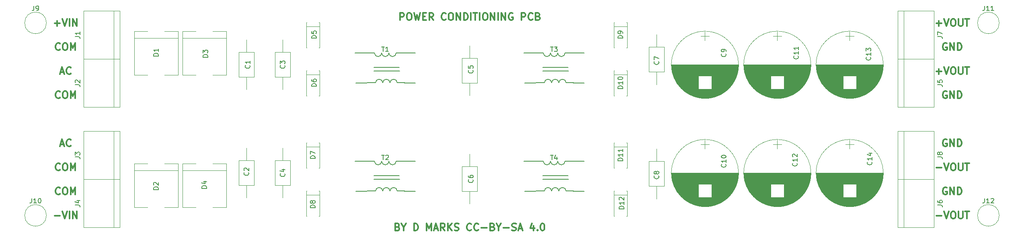
<source format=gbr>
G04 #@! TF.FileFunction,Legend,Top*
%FSLAX46Y46*%
G04 Gerber Fmt 4.6, Leading zero omitted, Abs format (unit mm)*
G04 Created by KiCad (PCBNEW 4.0.7) date 08/18/20 15:31:04*
%MOMM*%
%LPD*%
G01*
G04 APERTURE LIST*
%ADD10C,0.100000*%
%ADD11C,0.300000*%
%ADD12C,0.120000*%
%ADD13C,0.200000*%
%ADD14C,0.150000*%
G04 APERTURE END LIST*
D10*
D11*
X116131427Y-48938571D02*
X116131427Y-47438571D01*
X116702855Y-47438571D01*
X116845713Y-47510000D01*
X116917141Y-47581429D01*
X116988570Y-47724286D01*
X116988570Y-47938571D01*
X116917141Y-48081429D01*
X116845713Y-48152857D01*
X116702855Y-48224286D01*
X116131427Y-48224286D01*
X117917141Y-47438571D02*
X118202855Y-47438571D01*
X118345713Y-47510000D01*
X118488570Y-47652857D01*
X118559998Y-47938571D01*
X118559998Y-48438571D01*
X118488570Y-48724286D01*
X118345713Y-48867143D01*
X118202855Y-48938571D01*
X117917141Y-48938571D01*
X117774284Y-48867143D01*
X117631427Y-48724286D01*
X117559998Y-48438571D01*
X117559998Y-47938571D01*
X117631427Y-47652857D01*
X117774284Y-47510000D01*
X117917141Y-47438571D01*
X119059999Y-47438571D02*
X119417142Y-48938571D01*
X119702856Y-47867143D01*
X119988570Y-48938571D01*
X120345713Y-47438571D01*
X120917142Y-48152857D02*
X121417142Y-48152857D01*
X121631428Y-48938571D02*
X120917142Y-48938571D01*
X120917142Y-47438571D01*
X121631428Y-47438571D01*
X123131428Y-48938571D02*
X122631428Y-48224286D01*
X122274285Y-48938571D02*
X122274285Y-47438571D01*
X122845713Y-47438571D01*
X122988571Y-47510000D01*
X123059999Y-47581429D01*
X123131428Y-47724286D01*
X123131428Y-47938571D01*
X123059999Y-48081429D01*
X122988571Y-48152857D01*
X122845713Y-48224286D01*
X122274285Y-48224286D01*
X125774285Y-48795714D02*
X125702856Y-48867143D01*
X125488570Y-48938571D01*
X125345713Y-48938571D01*
X125131428Y-48867143D01*
X124988570Y-48724286D01*
X124917142Y-48581429D01*
X124845713Y-48295714D01*
X124845713Y-48081429D01*
X124917142Y-47795714D01*
X124988570Y-47652857D01*
X125131428Y-47510000D01*
X125345713Y-47438571D01*
X125488570Y-47438571D01*
X125702856Y-47510000D01*
X125774285Y-47581429D01*
X126702856Y-47438571D02*
X126988570Y-47438571D01*
X127131428Y-47510000D01*
X127274285Y-47652857D01*
X127345713Y-47938571D01*
X127345713Y-48438571D01*
X127274285Y-48724286D01*
X127131428Y-48867143D01*
X126988570Y-48938571D01*
X126702856Y-48938571D01*
X126559999Y-48867143D01*
X126417142Y-48724286D01*
X126345713Y-48438571D01*
X126345713Y-47938571D01*
X126417142Y-47652857D01*
X126559999Y-47510000D01*
X126702856Y-47438571D01*
X127988571Y-48938571D02*
X127988571Y-47438571D01*
X128845714Y-48938571D01*
X128845714Y-47438571D01*
X129560000Y-48938571D02*
X129560000Y-47438571D01*
X129917143Y-47438571D01*
X130131428Y-47510000D01*
X130274286Y-47652857D01*
X130345714Y-47795714D01*
X130417143Y-48081429D01*
X130417143Y-48295714D01*
X130345714Y-48581429D01*
X130274286Y-48724286D01*
X130131428Y-48867143D01*
X129917143Y-48938571D01*
X129560000Y-48938571D01*
X131060000Y-48938571D02*
X131060000Y-47438571D01*
X131560000Y-47438571D02*
X132417143Y-47438571D01*
X131988572Y-48938571D02*
X131988572Y-47438571D01*
X132917143Y-48938571D02*
X132917143Y-47438571D01*
X133917143Y-47438571D02*
X134202857Y-47438571D01*
X134345715Y-47510000D01*
X134488572Y-47652857D01*
X134560000Y-47938571D01*
X134560000Y-48438571D01*
X134488572Y-48724286D01*
X134345715Y-48867143D01*
X134202857Y-48938571D01*
X133917143Y-48938571D01*
X133774286Y-48867143D01*
X133631429Y-48724286D01*
X133560000Y-48438571D01*
X133560000Y-47938571D01*
X133631429Y-47652857D01*
X133774286Y-47510000D01*
X133917143Y-47438571D01*
X135202858Y-48938571D02*
X135202858Y-47438571D01*
X136060001Y-48938571D01*
X136060001Y-47438571D01*
X136774287Y-48938571D02*
X136774287Y-47438571D01*
X137488573Y-48938571D02*
X137488573Y-47438571D01*
X138345716Y-48938571D01*
X138345716Y-47438571D01*
X139845716Y-47510000D02*
X139702859Y-47438571D01*
X139488573Y-47438571D01*
X139274288Y-47510000D01*
X139131430Y-47652857D01*
X139060002Y-47795714D01*
X138988573Y-48081429D01*
X138988573Y-48295714D01*
X139060002Y-48581429D01*
X139131430Y-48724286D01*
X139274288Y-48867143D01*
X139488573Y-48938571D01*
X139631430Y-48938571D01*
X139845716Y-48867143D01*
X139917145Y-48795714D01*
X139917145Y-48295714D01*
X139631430Y-48295714D01*
X141702859Y-48938571D02*
X141702859Y-47438571D01*
X142274287Y-47438571D01*
X142417145Y-47510000D01*
X142488573Y-47581429D01*
X142560002Y-47724286D01*
X142560002Y-47938571D01*
X142488573Y-48081429D01*
X142417145Y-48152857D01*
X142274287Y-48224286D01*
X141702859Y-48224286D01*
X144060002Y-48795714D02*
X143988573Y-48867143D01*
X143774287Y-48938571D01*
X143631430Y-48938571D01*
X143417145Y-48867143D01*
X143274287Y-48724286D01*
X143202859Y-48581429D01*
X143131430Y-48295714D01*
X143131430Y-48081429D01*
X143202859Y-47795714D01*
X143274287Y-47652857D01*
X143417145Y-47510000D01*
X143631430Y-47438571D01*
X143774287Y-47438571D01*
X143988573Y-47510000D01*
X144060002Y-47581429D01*
X145202859Y-48152857D02*
X145417145Y-48224286D01*
X145488573Y-48295714D01*
X145560002Y-48438571D01*
X145560002Y-48652857D01*
X145488573Y-48795714D01*
X145417145Y-48867143D01*
X145274287Y-48938571D01*
X144702859Y-48938571D01*
X144702859Y-47438571D01*
X145202859Y-47438571D01*
X145345716Y-47510000D01*
X145417145Y-47581429D01*
X145488573Y-47724286D01*
X145488573Y-47867143D01*
X145417145Y-48010000D01*
X145345716Y-48081429D01*
X145202859Y-48152857D01*
X144702859Y-48152857D01*
X115631430Y-92602857D02*
X115845716Y-92674286D01*
X115917144Y-92745714D01*
X115988573Y-92888571D01*
X115988573Y-93102857D01*
X115917144Y-93245714D01*
X115845716Y-93317143D01*
X115702858Y-93388571D01*
X115131430Y-93388571D01*
X115131430Y-91888571D01*
X115631430Y-91888571D01*
X115774287Y-91960000D01*
X115845716Y-92031429D01*
X115917144Y-92174286D01*
X115917144Y-92317143D01*
X115845716Y-92460000D01*
X115774287Y-92531429D01*
X115631430Y-92602857D01*
X115131430Y-92602857D01*
X116917144Y-92674286D02*
X116917144Y-93388571D01*
X116417144Y-91888571D02*
X116917144Y-92674286D01*
X117417144Y-91888571D01*
X119060001Y-93388571D02*
X119060001Y-91888571D01*
X119417144Y-91888571D01*
X119631429Y-91960000D01*
X119774287Y-92102857D01*
X119845715Y-92245714D01*
X119917144Y-92531429D01*
X119917144Y-92745714D01*
X119845715Y-93031429D01*
X119774287Y-93174286D01*
X119631429Y-93317143D01*
X119417144Y-93388571D01*
X119060001Y-93388571D01*
X121702858Y-93388571D02*
X121702858Y-91888571D01*
X122202858Y-92960000D01*
X122702858Y-91888571D01*
X122702858Y-93388571D01*
X123345715Y-92960000D02*
X124060001Y-92960000D01*
X123202858Y-93388571D02*
X123702858Y-91888571D01*
X124202858Y-93388571D01*
X125560001Y-93388571D02*
X125060001Y-92674286D01*
X124702858Y-93388571D02*
X124702858Y-91888571D01*
X125274286Y-91888571D01*
X125417144Y-91960000D01*
X125488572Y-92031429D01*
X125560001Y-92174286D01*
X125560001Y-92388571D01*
X125488572Y-92531429D01*
X125417144Y-92602857D01*
X125274286Y-92674286D01*
X124702858Y-92674286D01*
X126202858Y-93388571D02*
X126202858Y-91888571D01*
X127060001Y-93388571D02*
X126417144Y-92531429D01*
X127060001Y-91888571D02*
X126202858Y-92745714D01*
X127631429Y-93317143D02*
X127845715Y-93388571D01*
X128202858Y-93388571D01*
X128345715Y-93317143D01*
X128417144Y-93245714D01*
X128488572Y-93102857D01*
X128488572Y-92960000D01*
X128417144Y-92817143D01*
X128345715Y-92745714D01*
X128202858Y-92674286D01*
X127917144Y-92602857D01*
X127774286Y-92531429D01*
X127702858Y-92460000D01*
X127631429Y-92317143D01*
X127631429Y-92174286D01*
X127702858Y-92031429D01*
X127774286Y-91960000D01*
X127917144Y-91888571D01*
X128274286Y-91888571D01*
X128488572Y-91960000D01*
X131131429Y-93245714D02*
X131060000Y-93317143D01*
X130845714Y-93388571D01*
X130702857Y-93388571D01*
X130488572Y-93317143D01*
X130345714Y-93174286D01*
X130274286Y-93031429D01*
X130202857Y-92745714D01*
X130202857Y-92531429D01*
X130274286Y-92245714D01*
X130345714Y-92102857D01*
X130488572Y-91960000D01*
X130702857Y-91888571D01*
X130845714Y-91888571D01*
X131060000Y-91960000D01*
X131131429Y-92031429D01*
X132631429Y-93245714D02*
X132560000Y-93317143D01*
X132345714Y-93388571D01*
X132202857Y-93388571D01*
X131988572Y-93317143D01*
X131845714Y-93174286D01*
X131774286Y-93031429D01*
X131702857Y-92745714D01*
X131702857Y-92531429D01*
X131774286Y-92245714D01*
X131845714Y-92102857D01*
X131988572Y-91960000D01*
X132202857Y-91888571D01*
X132345714Y-91888571D01*
X132560000Y-91960000D01*
X132631429Y-92031429D01*
X133274286Y-92817143D02*
X134417143Y-92817143D01*
X135631429Y-92602857D02*
X135845715Y-92674286D01*
X135917143Y-92745714D01*
X135988572Y-92888571D01*
X135988572Y-93102857D01*
X135917143Y-93245714D01*
X135845715Y-93317143D01*
X135702857Y-93388571D01*
X135131429Y-93388571D01*
X135131429Y-91888571D01*
X135631429Y-91888571D01*
X135774286Y-91960000D01*
X135845715Y-92031429D01*
X135917143Y-92174286D01*
X135917143Y-92317143D01*
X135845715Y-92460000D01*
X135774286Y-92531429D01*
X135631429Y-92602857D01*
X135131429Y-92602857D01*
X136917143Y-92674286D02*
X136917143Y-93388571D01*
X136417143Y-91888571D02*
X136917143Y-92674286D01*
X137417143Y-91888571D01*
X137917143Y-92817143D02*
X139060000Y-92817143D01*
X139702857Y-93317143D02*
X139917143Y-93388571D01*
X140274286Y-93388571D01*
X140417143Y-93317143D01*
X140488572Y-93245714D01*
X140560000Y-93102857D01*
X140560000Y-92960000D01*
X140488572Y-92817143D01*
X140417143Y-92745714D01*
X140274286Y-92674286D01*
X139988572Y-92602857D01*
X139845714Y-92531429D01*
X139774286Y-92460000D01*
X139702857Y-92317143D01*
X139702857Y-92174286D01*
X139774286Y-92031429D01*
X139845714Y-91960000D01*
X139988572Y-91888571D01*
X140345714Y-91888571D01*
X140560000Y-91960000D01*
X141131428Y-92960000D02*
X141845714Y-92960000D01*
X140988571Y-93388571D02*
X141488571Y-91888571D01*
X141988571Y-93388571D01*
X144274285Y-92388571D02*
X144274285Y-93388571D01*
X143917142Y-91817143D02*
X143559999Y-92888571D01*
X144488571Y-92888571D01*
X145059999Y-93245714D02*
X145131427Y-93317143D01*
X145059999Y-93388571D01*
X144988570Y-93317143D01*
X145059999Y-93245714D01*
X145059999Y-93388571D01*
X146059999Y-91888571D02*
X146202856Y-91888571D01*
X146345713Y-91960000D01*
X146417142Y-92031429D01*
X146488571Y-92174286D01*
X146559999Y-92460000D01*
X146559999Y-92817143D01*
X146488571Y-93102857D01*
X146417142Y-93245714D01*
X146345713Y-93317143D01*
X146202856Y-93388571D01*
X146059999Y-93388571D01*
X145917142Y-93317143D01*
X145845713Y-93245714D01*
X145774285Y-93102857D01*
X145702856Y-92817143D01*
X145702856Y-92460000D01*
X145774285Y-92174286D01*
X145845713Y-92031429D01*
X145917142Y-91960000D01*
X146059999Y-91888571D01*
X44612857Y-59940000D02*
X45327143Y-59940000D01*
X44470000Y-60368571D02*
X44970000Y-58868571D01*
X45470000Y-60368571D01*
X46827143Y-60225714D02*
X46755714Y-60297143D01*
X46541428Y-60368571D01*
X46398571Y-60368571D01*
X46184286Y-60297143D01*
X46041428Y-60154286D01*
X45970000Y-60011429D01*
X45898571Y-59725714D01*
X45898571Y-59511429D01*
X45970000Y-59225714D01*
X46041428Y-59082857D01*
X46184286Y-58940000D01*
X46398571Y-58868571D01*
X46541428Y-58868571D01*
X46755714Y-58940000D01*
X46827143Y-59011429D01*
X44612857Y-75180000D02*
X45327143Y-75180000D01*
X44470000Y-75608571D02*
X44970000Y-74108571D01*
X45470000Y-75608571D01*
X46827143Y-75465714D02*
X46755714Y-75537143D01*
X46541428Y-75608571D01*
X46398571Y-75608571D01*
X46184286Y-75537143D01*
X46041428Y-75394286D01*
X45970000Y-75251429D01*
X45898571Y-74965714D01*
X45898571Y-74751429D01*
X45970000Y-74465714D01*
X46041428Y-74322857D01*
X46184286Y-74180000D01*
X46398571Y-74108571D01*
X46541428Y-74108571D01*
X46755714Y-74180000D01*
X46827143Y-74251429D01*
X44541429Y-80545714D02*
X44470000Y-80617143D01*
X44255714Y-80688571D01*
X44112857Y-80688571D01*
X43898572Y-80617143D01*
X43755714Y-80474286D01*
X43684286Y-80331429D01*
X43612857Y-80045714D01*
X43612857Y-79831429D01*
X43684286Y-79545714D01*
X43755714Y-79402857D01*
X43898572Y-79260000D01*
X44112857Y-79188571D01*
X44255714Y-79188571D01*
X44470000Y-79260000D01*
X44541429Y-79331429D01*
X45470000Y-79188571D02*
X45755714Y-79188571D01*
X45898572Y-79260000D01*
X46041429Y-79402857D01*
X46112857Y-79688571D01*
X46112857Y-80188571D01*
X46041429Y-80474286D01*
X45898572Y-80617143D01*
X45755714Y-80688571D01*
X45470000Y-80688571D01*
X45327143Y-80617143D01*
X45184286Y-80474286D01*
X45112857Y-80188571D01*
X45112857Y-79688571D01*
X45184286Y-79402857D01*
X45327143Y-79260000D01*
X45470000Y-79188571D01*
X46755715Y-80688571D02*
X46755715Y-79188571D01*
X47255715Y-80260000D01*
X47755715Y-79188571D01*
X47755715Y-80688571D01*
X44541429Y-65305714D02*
X44470000Y-65377143D01*
X44255714Y-65448571D01*
X44112857Y-65448571D01*
X43898572Y-65377143D01*
X43755714Y-65234286D01*
X43684286Y-65091429D01*
X43612857Y-64805714D01*
X43612857Y-64591429D01*
X43684286Y-64305714D01*
X43755714Y-64162857D01*
X43898572Y-64020000D01*
X44112857Y-63948571D01*
X44255714Y-63948571D01*
X44470000Y-64020000D01*
X44541429Y-64091429D01*
X45470000Y-63948571D02*
X45755714Y-63948571D01*
X45898572Y-64020000D01*
X46041429Y-64162857D01*
X46112857Y-64448571D01*
X46112857Y-64948571D01*
X46041429Y-65234286D01*
X45898572Y-65377143D01*
X45755714Y-65448571D01*
X45470000Y-65448571D01*
X45327143Y-65377143D01*
X45184286Y-65234286D01*
X45112857Y-64948571D01*
X45112857Y-64448571D01*
X45184286Y-64162857D01*
X45327143Y-64020000D01*
X45470000Y-63948571D01*
X46755715Y-65448571D02*
X46755715Y-63948571D01*
X47255715Y-65020000D01*
X47755715Y-63948571D01*
X47755715Y-65448571D01*
X43362857Y-90277143D02*
X44505714Y-90277143D01*
X45005714Y-89348571D02*
X45505714Y-90848571D01*
X46005714Y-89348571D01*
X46505714Y-90848571D02*
X46505714Y-89348571D01*
X47220000Y-90848571D02*
X47220000Y-89348571D01*
X48077143Y-90848571D01*
X48077143Y-89348571D01*
X44541429Y-85625714D02*
X44470000Y-85697143D01*
X44255714Y-85768571D01*
X44112857Y-85768571D01*
X43898572Y-85697143D01*
X43755714Y-85554286D01*
X43684286Y-85411429D01*
X43612857Y-85125714D01*
X43612857Y-84911429D01*
X43684286Y-84625714D01*
X43755714Y-84482857D01*
X43898572Y-84340000D01*
X44112857Y-84268571D01*
X44255714Y-84268571D01*
X44470000Y-84340000D01*
X44541429Y-84411429D01*
X45470000Y-84268571D02*
X45755714Y-84268571D01*
X45898572Y-84340000D01*
X46041429Y-84482857D01*
X46112857Y-84768571D01*
X46112857Y-85268571D01*
X46041429Y-85554286D01*
X45898572Y-85697143D01*
X45755714Y-85768571D01*
X45470000Y-85768571D01*
X45327143Y-85697143D01*
X45184286Y-85554286D01*
X45112857Y-85268571D01*
X45112857Y-84768571D01*
X45184286Y-84482857D01*
X45327143Y-84340000D01*
X45470000Y-84268571D01*
X46755715Y-85768571D02*
X46755715Y-84268571D01*
X47255715Y-85340000D01*
X47755715Y-84268571D01*
X47755715Y-85768571D01*
X43362857Y-49637143D02*
X44505714Y-49637143D01*
X43934285Y-50208571D02*
X43934285Y-49065714D01*
X45005714Y-48708571D02*
X45505714Y-50208571D01*
X46005714Y-48708571D01*
X46505714Y-50208571D02*
X46505714Y-48708571D01*
X47220000Y-50208571D02*
X47220000Y-48708571D01*
X48077143Y-50208571D01*
X48077143Y-48708571D01*
X44541429Y-55145714D02*
X44470000Y-55217143D01*
X44255714Y-55288571D01*
X44112857Y-55288571D01*
X43898572Y-55217143D01*
X43755714Y-55074286D01*
X43684286Y-54931429D01*
X43612857Y-54645714D01*
X43612857Y-54431429D01*
X43684286Y-54145714D01*
X43755714Y-54002857D01*
X43898572Y-53860000D01*
X44112857Y-53788571D01*
X44255714Y-53788571D01*
X44470000Y-53860000D01*
X44541429Y-53931429D01*
X45470000Y-53788571D02*
X45755714Y-53788571D01*
X45898572Y-53860000D01*
X46041429Y-54002857D01*
X46112857Y-54288571D01*
X46112857Y-54788571D01*
X46041429Y-55074286D01*
X45898572Y-55217143D01*
X45755714Y-55288571D01*
X45470000Y-55288571D01*
X45327143Y-55217143D01*
X45184286Y-55074286D01*
X45112857Y-54788571D01*
X45112857Y-54288571D01*
X45184286Y-54002857D01*
X45327143Y-53860000D01*
X45470000Y-53788571D01*
X46755715Y-55288571D02*
X46755715Y-53788571D01*
X47255715Y-54860000D01*
X47755715Y-53788571D01*
X47755715Y-55288571D01*
X231267143Y-64020000D02*
X231124286Y-63948571D01*
X230910000Y-63948571D01*
X230695715Y-64020000D01*
X230552857Y-64162857D01*
X230481429Y-64305714D01*
X230410000Y-64591429D01*
X230410000Y-64805714D01*
X230481429Y-65091429D01*
X230552857Y-65234286D01*
X230695715Y-65377143D01*
X230910000Y-65448571D01*
X231052857Y-65448571D01*
X231267143Y-65377143D01*
X231338572Y-65305714D01*
X231338572Y-64805714D01*
X231052857Y-64805714D01*
X231981429Y-65448571D02*
X231981429Y-63948571D01*
X232838572Y-65448571D01*
X232838572Y-63948571D01*
X233552858Y-65448571D02*
X233552858Y-63948571D01*
X233910001Y-63948571D01*
X234124286Y-64020000D01*
X234267144Y-64162857D01*
X234338572Y-64305714D01*
X234410001Y-64591429D01*
X234410001Y-64805714D01*
X234338572Y-65091429D01*
X234267144Y-65234286D01*
X234124286Y-65377143D01*
X233910001Y-65448571D01*
X233552858Y-65448571D01*
X231267143Y-53860000D02*
X231124286Y-53788571D01*
X230910000Y-53788571D01*
X230695715Y-53860000D01*
X230552857Y-54002857D01*
X230481429Y-54145714D01*
X230410000Y-54431429D01*
X230410000Y-54645714D01*
X230481429Y-54931429D01*
X230552857Y-55074286D01*
X230695715Y-55217143D01*
X230910000Y-55288571D01*
X231052857Y-55288571D01*
X231267143Y-55217143D01*
X231338572Y-55145714D01*
X231338572Y-54645714D01*
X231052857Y-54645714D01*
X231981429Y-55288571D02*
X231981429Y-53788571D01*
X232838572Y-55288571D01*
X232838572Y-53788571D01*
X233552858Y-55288571D02*
X233552858Y-53788571D01*
X233910001Y-53788571D01*
X234124286Y-53860000D01*
X234267144Y-54002857D01*
X234338572Y-54145714D01*
X234410001Y-54431429D01*
X234410001Y-54645714D01*
X234338572Y-54931429D01*
X234267144Y-55074286D01*
X234124286Y-55217143D01*
X233910001Y-55288571D01*
X233552858Y-55288571D01*
X231267143Y-74180000D02*
X231124286Y-74108571D01*
X230910000Y-74108571D01*
X230695715Y-74180000D01*
X230552857Y-74322857D01*
X230481429Y-74465714D01*
X230410000Y-74751429D01*
X230410000Y-74965714D01*
X230481429Y-75251429D01*
X230552857Y-75394286D01*
X230695715Y-75537143D01*
X230910000Y-75608571D01*
X231052857Y-75608571D01*
X231267143Y-75537143D01*
X231338572Y-75465714D01*
X231338572Y-74965714D01*
X231052857Y-74965714D01*
X231981429Y-75608571D02*
X231981429Y-74108571D01*
X232838572Y-75608571D01*
X232838572Y-74108571D01*
X233552858Y-75608571D02*
X233552858Y-74108571D01*
X233910001Y-74108571D01*
X234124286Y-74180000D01*
X234267144Y-74322857D01*
X234338572Y-74465714D01*
X234410001Y-74751429D01*
X234410001Y-74965714D01*
X234338572Y-75251429D01*
X234267144Y-75394286D01*
X234124286Y-75537143D01*
X233910001Y-75608571D01*
X233552858Y-75608571D01*
X231267143Y-84340000D02*
X231124286Y-84268571D01*
X230910000Y-84268571D01*
X230695715Y-84340000D01*
X230552857Y-84482857D01*
X230481429Y-84625714D01*
X230410000Y-84911429D01*
X230410000Y-85125714D01*
X230481429Y-85411429D01*
X230552857Y-85554286D01*
X230695715Y-85697143D01*
X230910000Y-85768571D01*
X231052857Y-85768571D01*
X231267143Y-85697143D01*
X231338572Y-85625714D01*
X231338572Y-85125714D01*
X231052857Y-85125714D01*
X231981429Y-85768571D02*
X231981429Y-84268571D01*
X232838572Y-85768571D01*
X232838572Y-84268571D01*
X233552858Y-85768571D02*
X233552858Y-84268571D01*
X233910001Y-84268571D01*
X234124286Y-84340000D01*
X234267144Y-84482857D01*
X234338572Y-84625714D01*
X234410001Y-84911429D01*
X234410001Y-85125714D01*
X234338572Y-85411429D01*
X234267144Y-85554286D01*
X234124286Y-85697143D01*
X233910001Y-85768571D01*
X233552858Y-85768571D01*
X229052857Y-90277143D02*
X230195714Y-90277143D01*
X230695714Y-89348571D02*
X231195714Y-90848571D01*
X231695714Y-89348571D01*
X232481428Y-89348571D02*
X232767142Y-89348571D01*
X232910000Y-89420000D01*
X233052857Y-89562857D01*
X233124285Y-89848571D01*
X233124285Y-90348571D01*
X233052857Y-90634286D01*
X232910000Y-90777143D01*
X232767142Y-90848571D01*
X232481428Y-90848571D01*
X232338571Y-90777143D01*
X232195714Y-90634286D01*
X232124285Y-90348571D01*
X232124285Y-89848571D01*
X232195714Y-89562857D01*
X232338571Y-89420000D01*
X232481428Y-89348571D01*
X233767143Y-89348571D02*
X233767143Y-90562857D01*
X233838571Y-90705714D01*
X233910000Y-90777143D01*
X234052857Y-90848571D01*
X234338571Y-90848571D01*
X234481429Y-90777143D01*
X234552857Y-90705714D01*
X234624286Y-90562857D01*
X234624286Y-89348571D01*
X235124286Y-89348571D02*
X235981429Y-89348571D01*
X235552858Y-90848571D02*
X235552858Y-89348571D01*
X229052857Y-80117143D02*
X230195714Y-80117143D01*
X230695714Y-79188571D02*
X231195714Y-80688571D01*
X231695714Y-79188571D01*
X232481428Y-79188571D02*
X232767142Y-79188571D01*
X232910000Y-79260000D01*
X233052857Y-79402857D01*
X233124285Y-79688571D01*
X233124285Y-80188571D01*
X233052857Y-80474286D01*
X232910000Y-80617143D01*
X232767142Y-80688571D01*
X232481428Y-80688571D01*
X232338571Y-80617143D01*
X232195714Y-80474286D01*
X232124285Y-80188571D01*
X232124285Y-79688571D01*
X232195714Y-79402857D01*
X232338571Y-79260000D01*
X232481428Y-79188571D01*
X233767143Y-79188571D02*
X233767143Y-80402857D01*
X233838571Y-80545714D01*
X233910000Y-80617143D01*
X234052857Y-80688571D01*
X234338571Y-80688571D01*
X234481429Y-80617143D01*
X234552857Y-80545714D01*
X234624286Y-80402857D01*
X234624286Y-79188571D01*
X235124286Y-79188571D02*
X235981429Y-79188571D01*
X235552858Y-80688571D02*
X235552858Y-79188571D01*
X229052857Y-59797143D02*
X230195714Y-59797143D01*
X229624285Y-60368571D02*
X229624285Y-59225714D01*
X230695714Y-58868571D02*
X231195714Y-60368571D01*
X231695714Y-58868571D01*
X232481428Y-58868571D02*
X232767142Y-58868571D01*
X232910000Y-58940000D01*
X233052857Y-59082857D01*
X233124285Y-59368571D01*
X233124285Y-59868571D01*
X233052857Y-60154286D01*
X232910000Y-60297143D01*
X232767142Y-60368571D01*
X232481428Y-60368571D01*
X232338571Y-60297143D01*
X232195714Y-60154286D01*
X232124285Y-59868571D01*
X232124285Y-59368571D01*
X232195714Y-59082857D01*
X232338571Y-58940000D01*
X232481428Y-58868571D01*
X233767143Y-58868571D02*
X233767143Y-60082857D01*
X233838571Y-60225714D01*
X233910000Y-60297143D01*
X234052857Y-60368571D01*
X234338571Y-60368571D01*
X234481429Y-60297143D01*
X234552857Y-60225714D01*
X234624286Y-60082857D01*
X234624286Y-58868571D01*
X235124286Y-58868571D02*
X235981429Y-58868571D01*
X235552858Y-60368571D02*
X235552858Y-58868571D01*
X229052857Y-49637143D02*
X230195714Y-49637143D01*
X229624285Y-50208571D02*
X229624285Y-49065714D01*
X230695714Y-48708571D02*
X231195714Y-50208571D01*
X231695714Y-48708571D01*
X232481428Y-48708571D02*
X232767142Y-48708571D01*
X232910000Y-48780000D01*
X233052857Y-48922857D01*
X233124285Y-49208571D01*
X233124285Y-49708571D01*
X233052857Y-49994286D01*
X232910000Y-50137143D01*
X232767142Y-50208571D01*
X232481428Y-50208571D01*
X232338571Y-50137143D01*
X232195714Y-49994286D01*
X232124285Y-49708571D01*
X232124285Y-49208571D01*
X232195714Y-48922857D01*
X232338571Y-48780000D01*
X232481428Y-48708571D01*
X233767143Y-48708571D02*
X233767143Y-49922857D01*
X233838571Y-50065714D01*
X233910000Y-50137143D01*
X234052857Y-50208571D01*
X234338571Y-50208571D01*
X234481429Y-50137143D01*
X234552857Y-50065714D01*
X234624286Y-49922857D01*
X234624286Y-48708571D01*
X235124286Y-48708571D02*
X235981429Y-48708571D01*
X235552858Y-50208571D02*
X235552858Y-48708571D01*
D12*
X85430000Y-55710000D02*
X82210000Y-55710000D01*
X82210000Y-55710000D02*
X82210000Y-60930000D01*
X82210000Y-60930000D02*
X85430000Y-60930000D01*
X85430000Y-60930000D02*
X85430000Y-55710000D01*
X83820000Y-53050000D02*
X83820000Y-55710000D01*
X83820000Y-63590000D02*
X83820000Y-60930000D01*
X85430000Y-78570000D02*
X82210000Y-78570000D01*
X82210000Y-78570000D02*
X82210000Y-83790000D01*
X82210000Y-83790000D02*
X85430000Y-83790000D01*
X85430000Y-83790000D02*
X85430000Y-78570000D01*
X83820000Y-75910000D02*
X83820000Y-78570000D01*
X83820000Y-86450000D02*
X83820000Y-83790000D01*
X93050000Y-55710000D02*
X89830000Y-55710000D01*
X89830000Y-55710000D02*
X89830000Y-60930000D01*
X89830000Y-60930000D02*
X93050000Y-60930000D01*
X93050000Y-60930000D02*
X93050000Y-55710000D01*
X91440000Y-53050000D02*
X91440000Y-55710000D01*
X91440000Y-63590000D02*
X91440000Y-60930000D01*
X93050000Y-78570000D02*
X89830000Y-78570000D01*
X89830000Y-78570000D02*
X89830000Y-83790000D01*
X89830000Y-83790000D02*
X93050000Y-83790000D01*
X93050000Y-83790000D02*
X93050000Y-78570000D01*
X91440000Y-75910000D02*
X91440000Y-78570000D01*
X91440000Y-86450000D02*
X91440000Y-83790000D01*
X132420000Y-56980000D02*
X129200000Y-56980000D01*
X129200000Y-56980000D02*
X129200000Y-62200000D01*
X129200000Y-62200000D02*
X132420000Y-62200000D01*
X132420000Y-62200000D02*
X132420000Y-56980000D01*
X130810000Y-54320000D02*
X130810000Y-56980000D01*
X130810000Y-64860000D02*
X130810000Y-62200000D01*
X132420000Y-79840000D02*
X129200000Y-79840000D01*
X129200000Y-79840000D02*
X129200000Y-85060000D01*
X129200000Y-85060000D02*
X132420000Y-85060000D01*
X132420000Y-85060000D02*
X132420000Y-79840000D01*
X130810000Y-77180000D02*
X130810000Y-79840000D01*
X130810000Y-87720000D02*
X130810000Y-85060000D01*
X168570000Y-59860000D02*
X171790000Y-59860000D01*
X171790000Y-59860000D02*
X171790000Y-54640000D01*
X171790000Y-54640000D02*
X168570000Y-54640000D01*
X168570000Y-54640000D02*
X168570000Y-59860000D01*
X170180000Y-62520000D02*
X170180000Y-59860000D01*
X170180000Y-51980000D02*
X170180000Y-54640000D01*
X168570000Y-83990000D02*
X171790000Y-83990000D01*
X171790000Y-83990000D02*
X171790000Y-78770000D01*
X171790000Y-78770000D02*
X168570000Y-78770000D01*
X168570000Y-78770000D02*
X168570000Y-83990000D01*
X170180000Y-86650000D02*
X170180000Y-83990000D01*
X170180000Y-76110000D02*
X170180000Y-78770000D01*
X187430000Y-58360000D02*
G75*
G03X187430000Y-58360000I-7090000J0D01*
G01*
X187390000Y-58360000D02*
X173290000Y-58360000D01*
X187390000Y-58400000D02*
X173290000Y-58400000D01*
X187390000Y-58440000D02*
X173290000Y-58440000D01*
X187389000Y-58480000D02*
X173291000Y-58480000D01*
X187389000Y-58520000D02*
X173291000Y-58520000D01*
X187388000Y-58560000D02*
X173292000Y-58560000D01*
X187386000Y-58600000D02*
X173294000Y-58600000D01*
X187385000Y-58640000D02*
X173295000Y-58640000D01*
X187383000Y-58680000D02*
X173297000Y-58680000D01*
X187381000Y-58720000D02*
X173299000Y-58720000D01*
X187379000Y-58760000D02*
X173301000Y-58760000D01*
X187377000Y-58800000D02*
X173303000Y-58800000D01*
X187374000Y-58840000D02*
X173306000Y-58840000D01*
X187371000Y-58880000D02*
X173309000Y-58880000D01*
X187368000Y-58920000D02*
X173312000Y-58920000D01*
X187365000Y-58960000D02*
X173315000Y-58960000D01*
X187362000Y-59000000D02*
X173318000Y-59000000D01*
X187358000Y-59040000D02*
X173322000Y-59040000D01*
X187354000Y-59081000D02*
X173326000Y-59081000D01*
X187350000Y-59121000D02*
X173330000Y-59121000D01*
X187345000Y-59161000D02*
X173335000Y-59161000D01*
X187341000Y-59201000D02*
X173339000Y-59201000D01*
X187336000Y-59241000D02*
X173344000Y-59241000D01*
X187331000Y-59281000D02*
X173349000Y-59281000D01*
X187325000Y-59321000D02*
X173355000Y-59321000D01*
X187320000Y-59361000D02*
X173360000Y-59361000D01*
X187314000Y-59401000D02*
X173366000Y-59401000D01*
X187308000Y-59441000D02*
X173372000Y-59441000D01*
X187301000Y-59481000D02*
X173379000Y-59481000D01*
X187295000Y-59521000D02*
X173385000Y-59521000D01*
X187288000Y-59561000D02*
X173392000Y-59561000D01*
X187281000Y-59601000D02*
X173399000Y-59601000D01*
X187274000Y-59641000D02*
X173406000Y-59641000D01*
X187267000Y-59681000D02*
X173413000Y-59681000D01*
X187259000Y-59721000D02*
X173421000Y-59721000D01*
X187251000Y-59761000D02*
X173429000Y-59761000D01*
X187243000Y-59801000D02*
X173437000Y-59801000D01*
X187234000Y-59841000D02*
X173446000Y-59841000D01*
X187226000Y-59881000D02*
X173454000Y-59881000D01*
X187217000Y-59921000D02*
X173463000Y-59921000D01*
X187208000Y-59961000D02*
X173472000Y-59961000D01*
X187198000Y-60001000D02*
X173482000Y-60001000D01*
X187189000Y-60041000D02*
X173491000Y-60041000D01*
X187179000Y-60081000D02*
X173501000Y-60081000D01*
X187169000Y-60121000D02*
X173511000Y-60121000D01*
X187158000Y-60161000D02*
X173522000Y-60161000D01*
X187148000Y-60201000D02*
X173532000Y-60201000D01*
X187137000Y-60241000D02*
X173543000Y-60241000D01*
X187126000Y-60281000D02*
X173554000Y-60281000D01*
X187114000Y-60321000D02*
X173566000Y-60321000D01*
X187103000Y-60361000D02*
X173577000Y-60361000D01*
X187091000Y-60401000D02*
X173589000Y-60401000D01*
X187079000Y-60441000D02*
X173601000Y-60441000D01*
X187066000Y-60481000D02*
X173614000Y-60481000D01*
X187053000Y-60521000D02*
X173627000Y-60521000D01*
X187041000Y-60561000D02*
X173639000Y-60561000D01*
X187027000Y-60601000D02*
X173653000Y-60601000D01*
X187014000Y-60641000D02*
X173666000Y-60641000D01*
X187000000Y-60681000D02*
X173680000Y-60681000D01*
X186986000Y-60721000D02*
X173694000Y-60721000D01*
X186972000Y-60761000D02*
X181720000Y-60761000D01*
X178960000Y-60761000D02*
X173708000Y-60761000D01*
X186957000Y-60801000D02*
X181720000Y-60801000D01*
X178960000Y-60801000D02*
X173723000Y-60801000D01*
X186943000Y-60841000D02*
X181720000Y-60841000D01*
X178960000Y-60841000D02*
X173737000Y-60841000D01*
X186928000Y-60881000D02*
X181720000Y-60881000D01*
X178960000Y-60881000D02*
X173752000Y-60881000D01*
X186912000Y-60921000D02*
X181720000Y-60921000D01*
X178960000Y-60921000D02*
X173768000Y-60921000D01*
X186897000Y-60961000D02*
X181720000Y-60961000D01*
X178960000Y-60961000D02*
X173783000Y-60961000D01*
X186881000Y-61001000D02*
X181720000Y-61001000D01*
X178960000Y-61001000D02*
X173799000Y-61001000D01*
X186864000Y-61041000D02*
X181720000Y-61041000D01*
X178960000Y-61041000D02*
X173816000Y-61041000D01*
X186848000Y-61081000D02*
X181720000Y-61081000D01*
X178960000Y-61081000D02*
X173832000Y-61081000D01*
X186831000Y-61121000D02*
X181720000Y-61121000D01*
X178960000Y-61121000D02*
X173849000Y-61121000D01*
X186814000Y-61161000D02*
X181720000Y-61161000D01*
X178960000Y-61161000D02*
X173866000Y-61161000D01*
X186797000Y-61201000D02*
X181720000Y-61201000D01*
X178960000Y-61201000D02*
X173883000Y-61201000D01*
X186779000Y-61241000D02*
X181720000Y-61241000D01*
X178960000Y-61241000D02*
X173901000Y-61241000D01*
X186761000Y-61281000D02*
X181720000Y-61281000D01*
X178960000Y-61281000D02*
X173919000Y-61281000D01*
X186743000Y-61321000D02*
X181720000Y-61321000D01*
X178960000Y-61321000D02*
X173937000Y-61321000D01*
X186725000Y-61361000D02*
X181720000Y-61361000D01*
X178960000Y-61361000D02*
X173955000Y-61361000D01*
X186706000Y-61401000D02*
X181720000Y-61401000D01*
X178960000Y-61401000D02*
X173974000Y-61401000D01*
X186687000Y-61441000D02*
X181720000Y-61441000D01*
X178960000Y-61441000D02*
X173993000Y-61441000D01*
X186667000Y-61481000D02*
X181720000Y-61481000D01*
X178960000Y-61481000D02*
X174013000Y-61481000D01*
X186647000Y-61521000D02*
X181720000Y-61521000D01*
X178960000Y-61521000D02*
X174033000Y-61521000D01*
X186627000Y-61561000D02*
X181720000Y-61561000D01*
X178960000Y-61561000D02*
X174053000Y-61561000D01*
X186607000Y-61601000D02*
X181720000Y-61601000D01*
X178960000Y-61601000D02*
X174073000Y-61601000D01*
X186586000Y-61641000D02*
X181720000Y-61641000D01*
X178960000Y-61641000D02*
X174094000Y-61641000D01*
X186565000Y-61681000D02*
X181720000Y-61681000D01*
X178960000Y-61681000D02*
X174115000Y-61681000D01*
X186544000Y-61721000D02*
X181720000Y-61721000D01*
X178960000Y-61721000D02*
X174136000Y-61721000D01*
X186522000Y-61761000D02*
X181720000Y-61761000D01*
X178960000Y-61761000D02*
X174158000Y-61761000D01*
X186500000Y-61801000D02*
X181720000Y-61801000D01*
X178960000Y-61801000D02*
X174180000Y-61801000D01*
X186478000Y-61841000D02*
X181720000Y-61841000D01*
X178960000Y-61841000D02*
X174202000Y-61841000D01*
X186455000Y-61881000D02*
X181720000Y-61881000D01*
X178960000Y-61881000D02*
X174225000Y-61881000D01*
X186432000Y-61921000D02*
X181720000Y-61921000D01*
X178960000Y-61921000D02*
X174248000Y-61921000D01*
X186409000Y-61961000D02*
X181720000Y-61961000D01*
X178960000Y-61961000D02*
X174271000Y-61961000D01*
X186385000Y-62001000D02*
X181720000Y-62001000D01*
X178960000Y-62001000D02*
X174295000Y-62001000D01*
X186361000Y-62041000D02*
X181720000Y-62041000D01*
X178960000Y-62041000D02*
X174319000Y-62041000D01*
X186336000Y-62081000D02*
X181720000Y-62081000D01*
X178960000Y-62081000D02*
X174344000Y-62081000D01*
X186311000Y-62121000D02*
X181720000Y-62121000D01*
X178960000Y-62121000D02*
X174369000Y-62121000D01*
X186286000Y-62161000D02*
X181720000Y-62161000D01*
X178960000Y-62161000D02*
X174394000Y-62161000D01*
X186261000Y-62201000D02*
X181720000Y-62201000D01*
X178960000Y-62201000D02*
X174419000Y-62201000D01*
X186235000Y-62241000D02*
X181720000Y-62241000D01*
X178960000Y-62241000D02*
X174445000Y-62241000D01*
X186208000Y-62281000D02*
X181720000Y-62281000D01*
X178960000Y-62281000D02*
X174472000Y-62281000D01*
X186182000Y-62321000D02*
X181720000Y-62321000D01*
X178960000Y-62321000D02*
X174498000Y-62321000D01*
X186154000Y-62361000D02*
X181720000Y-62361000D01*
X178960000Y-62361000D02*
X174526000Y-62361000D01*
X186127000Y-62401000D02*
X181720000Y-62401000D01*
X178960000Y-62401000D02*
X174553000Y-62401000D01*
X186099000Y-62441000D02*
X181720000Y-62441000D01*
X178960000Y-62441000D02*
X174581000Y-62441000D01*
X186071000Y-62481000D02*
X181720000Y-62481000D01*
X178960000Y-62481000D02*
X174609000Y-62481000D01*
X186042000Y-62521000D02*
X181720000Y-62521000D01*
X178960000Y-62521000D02*
X174638000Y-62521000D01*
X186013000Y-62561000D02*
X181720000Y-62561000D01*
X178960000Y-62561000D02*
X174667000Y-62561000D01*
X185983000Y-62601000D02*
X181720000Y-62601000D01*
X178960000Y-62601000D02*
X174697000Y-62601000D01*
X185953000Y-62641000D02*
X181720000Y-62641000D01*
X178960000Y-62641000D02*
X174727000Y-62641000D01*
X185922000Y-62681000D02*
X181720000Y-62681000D01*
X178960000Y-62681000D02*
X174758000Y-62681000D01*
X185891000Y-62721000D02*
X181720000Y-62721000D01*
X178960000Y-62721000D02*
X174789000Y-62721000D01*
X185860000Y-62761000D02*
X181720000Y-62761000D01*
X178960000Y-62761000D02*
X174820000Y-62761000D01*
X185828000Y-62801000D02*
X181720000Y-62801000D01*
X178960000Y-62801000D02*
X174852000Y-62801000D01*
X185796000Y-62841000D02*
X181720000Y-62841000D01*
X178960000Y-62841000D02*
X174884000Y-62841000D01*
X185763000Y-62881000D02*
X181720000Y-62881000D01*
X178960000Y-62881000D02*
X174917000Y-62881000D01*
X185730000Y-62921000D02*
X181720000Y-62921000D01*
X178960000Y-62921000D02*
X174950000Y-62921000D01*
X185696000Y-62961000D02*
X181720000Y-62961000D01*
X178960000Y-62961000D02*
X174984000Y-62961000D01*
X185661000Y-63001000D02*
X181720000Y-63001000D01*
X178960000Y-63001000D02*
X175019000Y-63001000D01*
X185626000Y-63041000D02*
X181720000Y-63041000D01*
X178960000Y-63041000D02*
X175054000Y-63041000D01*
X185591000Y-63081000D02*
X181720000Y-63081000D01*
X178960000Y-63081000D02*
X175089000Y-63081000D01*
X185555000Y-63121000D02*
X181720000Y-63121000D01*
X178960000Y-63121000D02*
X175125000Y-63121000D01*
X185519000Y-63161000D02*
X181720000Y-63161000D01*
X178960000Y-63161000D02*
X175161000Y-63161000D01*
X185481000Y-63201000D02*
X181720000Y-63201000D01*
X178960000Y-63201000D02*
X175199000Y-63201000D01*
X185444000Y-63241000D02*
X181720000Y-63241000D01*
X178960000Y-63241000D02*
X175236000Y-63241000D01*
X185406000Y-63281000D02*
X181720000Y-63281000D01*
X178960000Y-63281000D02*
X175274000Y-63281000D01*
X185367000Y-63321000D02*
X181720000Y-63321000D01*
X178960000Y-63321000D02*
X175313000Y-63321000D01*
X185327000Y-63361000D02*
X181720000Y-63361000D01*
X178960000Y-63361000D02*
X175353000Y-63361000D01*
X185287000Y-63401000D02*
X181720000Y-63401000D01*
X178960000Y-63401000D02*
X175393000Y-63401000D01*
X185246000Y-63441000D02*
X181720000Y-63441000D01*
X178960000Y-63441000D02*
X175434000Y-63441000D01*
X185205000Y-63481000D02*
X181720000Y-63481000D01*
X178960000Y-63481000D02*
X175475000Y-63481000D01*
X185163000Y-63521000D02*
X175517000Y-63521000D01*
X185120000Y-63561000D02*
X175560000Y-63561000D01*
X185077000Y-63601000D02*
X175603000Y-63601000D01*
X185032000Y-63641000D02*
X175648000Y-63641000D01*
X184987000Y-63681000D02*
X175693000Y-63681000D01*
X184941000Y-63721000D02*
X175739000Y-63721000D01*
X184895000Y-63761000D02*
X175785000Y-63761000D01*
X184847000Y-63801000D02*
X175833000Y-63801000D01*
X184799000Y-63841000D02*
X175881000Y-63841000D01*
X184750000Y-63881000D02*
X175930000Y-63881000D01*
X184700000Y-63921000D02*
X175980000Y-63921000D01*
X184649000Y-63961000D02*
X176031000Y-63961000D01*
X184597000Y-64001000D02*
X176083000Y-64001000D01*
X184544000Y-64041000D02*
X176136000Y-64041000D01*
X184490000Y-64081000D02*
X176190000Y-64081000D01*
X184435000Y-64121000D02*
X176245000Y-64121000D01*
X184378000Y-64161000D02*
X176302000Y-64161000D01*
X184321000Y-64201000D02*
X176359000Y-64201000D01*
X184262000Y-64241000D02*
X176418000Y-64241000D01*
X184202000Y-64281000D02*
X176478000Y-64281000D01*
X184141000Y-64321000D02*
X176539000Y-64321000D01*
X184078000Y-64361000D02*
X176602000Y-64361000D01*
X184014000Y-64401000D02*
X176666000Y-64401000D01*
X183948000Y-64441000D02*
X176732000Y-64441000D01*
X183880000Y-64481000D02*
X176800000Y-64481000D01*
X183811000Y-64521000D02*
X176869000Y-64521000D01*
X183740000Y-64561000D02*
X176940000Y-64561000D01*
X183667000Y-64601000D02*
X177013000Y-64601000D01*
X183591000Y-64641000D02*
X177089000Y-64641000D01*
X183514000Y-64681000D02*
X177166000Y-64681000D01*
X183434000Y-64721000D02*
X177246000Y-64721000D01*
X183351000Y-64761000D02*
X177329000Y-64761000D01*
X183266000Y-64801000D02*
X177414000Y-64801000D01*
X183178000Y-64841000D02*
X177502000Y-64841000D01*
X183086000Y-64881000D02*
X177594000Y-64881000D01*
X182990000Y-64921000D02*
X177690000Y-64921000D01*
X182890000Y-64961000D02*
X177790000Y-64961000D01*
X182786000Y-65001000D02*
X177894000Y-65001000D01*
X182677000Y-65041000D02*
X178003000Y-65041000D01*
X182561000Y-65081000D02*
X178119000Y-65081000D01*
X182438000Y-65121000D02*
X178242000Y-65121000D01*
X182308000Y-65161000D02*
X178372000Y-65161000D01*
X182167000Y-65201000D02*
X178513000Y-65201000D01*
X182013000Y-65241000D02*
X178667000Y-65241000D01*
X181844000Y-65281000D02*
X178836000Y-65281000D01*
X181652000Y-65321000D02*
X179028000Y-65321000D01*
X181427000Y-65361000D02*
X179253000Y-65361000D01*
X181141000Y-65401000D02*
X179539000Y-65401000D01*
X180677000Y-65441000D02*
X180003000Y-65441000D01*
X180340000Y-51410000D02*
X180340000Y-53210000D01*
X181240000Y-52310000D02*
X179440000Y-52310000D01*
X187430000Y-81220000D02*
G75*
G03X187430000Y-81220000I-7090000J0D01*
G01*
X187390000Y-81220000D02*
X173290000Y-81220000D01*
X187390000Y-81260000D02*
X173290000Y-81260000D01*
X187390000Y-81300000D02*
X173290000Y-81300000D01*
X187389000Y-81340000D02*
X173291000Y-81340000D01*
X187389000Y-81380000D02*
X173291000Y-81380000D01*
X187388000Y-81420000D02*
X173292000Y-81420000D01*
X187386000Y-81460000D02*
X173294000Y-81460000D01*
X187385000Y-81500000D02*
X173295000Y-81500000D01*
X187383000Y-81540000D02*
X173297000Y-81540000D01*
X187381000Y-81580000D02*
X173299000Y-81580000D01*
X187379000Y-81620000D02*
X173301000Y-81620000D01*
X187377000Y-81660000D02*
X173303000Y-81660000D01*
X187374000Y-81700000D02*
X173306000Y-81700000D01*
X187371000Y-81740000D02*
X173309000Y-81740000D01*
X187368000Y-81780000D02*
X173312000Y-81780000D01*
X187365000Y-81820000D02*
X173315000Y-81820000D01*
X187362000Y-81860000D02*
X173318000Y-81860000D01*
X187358000Y-81900000D02*
X173322000Y-81900000D01*
X187354000Y-81941000D02*
X173326000Y-81941000D01*
X187350000Y-81981000D02*
X173330000Y-81981000D01*
X187345000Y-82021000D02*
X173335000Y-82021000D01*
X187341000Y-82061000D02*
X173339000Y-82061000D01*
X187336000Y-82101000D02*
X173344000Y-82101000D01*
X187331000Y-82141000D02*
X173349000Y-82141000D01*
X187325000Y-82181000D02*
X173355000Y-82181000D01*
X187320000Y-82221000D02*
X173360000Y-82221000D01*
X187314000Y-82261000D02*
X173366000Y-82261000D01*
X187308000Y-82301000D02*
X173372000Y-82301000D01*
X187301000Y-82341000D02*
X173379000Y-82341000D01*
X187295000Y-82381000D02*
X173385000Y-82381000D01*
X187288000Y-82421000D02*
X173392000Y-82421000D01*
X187281000Y-82461000D02*
X173399000Y-82461000D01*
X187274000Y-82501000D02*
X173406000Y-82501000D01*
X187267000Y-82541000D02*
X173413000Y-82541000D01*
X187259000Y-82581000D02*
X173421000Y-82581000D01*
X187251000Y-82621000D02*
X173429000Y-82621000D01*
X187243000Y-82661000D02*
X173437000Y-82661000D01*
X187234000Y-82701000D02*
X173446000Y-82701000D01*
X187226000Y-82741000D02*
X173454000Y-82741000D01*
X187217000Y-82781000D02*
X173463000Y-82781000D01*
X187208000Y-82821000D02*
X173472000Y-82821000D01*
X187198000Y-82861000D02*
X173482000Y-82861000D01*
X187189000Y-82901000D02*
X173491000Y-82901000D01*
X187179000Y-82941000D02*
X173501000Y-82941000D01*
X187169000Y-82981000D02*
X173511000Y-82981000D01*
X187158000Y-83021000D02*
X173522000Y-83021000D01*
X187148000Y-83061000D02*
X173532000Y-83061000D01*
X187137000Y-83101000D02*
X173543000Y-83101000D01*
X187126000Y-83141000D02*
X173554000Y-83141000D01*
X187114000Y-83181000D02*
X173566000Y-83181000D01*
X187103000Y-83221000D02*
X173577000Y-83221000D01*
X187091000Y-83261000D02*
X173589000Y-83261000D01*
X187079000Y-83301000D02*
X173601000Y-83301000D01*
X187066000Y-83341000D02*
X173614000Y-83341000D01*
X187053000Y-83381000D02*
X173627000Y-83381000D01*
X187041000Y-83421000D02*
X173639000Y-83421000D01*
X187027000Y-83461000D02*
X173653000Y-83461000D01*
X187014000Y-83501000D02*
X173666000Y-83501000D01*
X187000000Y-83541000D02*
X173680000Y-83541000D01*
X186986000Y-83581000D02*
X173694000Y-83581000D01*
X186972000Y-83621000D02*
X181720000Y-83621000D01*
X178960000Y-83621000D02*
X173708000Y-83621000D01*
X186957000Y-83661000D02*
X181720000Y-83661000D01*
X178960000Y-83661000D02*
X173723000Y-83661000D01*
X186943000Y-83701000D02*
X181720000Y-83701000D01*
X178960000Y-83701000D02*
X173737000Y-83701000D01*
X186928000Y-83741000D02*
X181720000Y-83741000D01*
X178960000Y-83741000D02*
X173752000Y-83741000D01*
X186912000Y-83781000D02*
X181720000Y-83781000D01*
X178960000Y-83781000D02*
X173768000Y-83781000D01*
X186897000Y-83821000D02*
X181720000Y-83821000D01*
X178960000Y-83821000D02*
X173783000Y-83821000D01*
X186881000Y-83861000D02*
X181720000Y-83861000D01*
X178960000Y-83861000D02*
X173799000Y-83861000D01*
X186864000Y-83901000D02*
X181720000Y-83901000D01*
X178960000Y-83901000D02*
X173816000Y-83901000D01*
X186848000Y-83941000D02*
X181720000Y-83941000D01*
X178960000Y-83941000D02*
X173832000Y-83941000D01*
X186831000Y-83981000D02*
X181720000Y-83981000D01*
X178960000Y-83981000D02*
X173849000Y-83981000D01*
X186814000Y-84021000D02*
X181720000Y-84021000D01*
X178960000Y-84021000D02*
X173866000Y-84021000D01*
X186797000Y-84061000D02*
X181720000Y-84061000D01*
X178960000Y-84061000D02*
X173883000Y-84061000D01*
X186779000Y-84101000D02*
X181720000Y-84101000D01*
X178960000Y-84101000D02*
X173901000Y-84101000D01*
X186761000Y-84141000D02*
X181720000Y-84141000D01*
X178960000Y-84141000D02*
X173919000Y-84141000D01*
X186743000Y-84181000D02*
X181720000Y-84181000D01*
X178960000Y-84181000D02*
X173937000Y-84181000D01*
X186725000Y-84221000D02*
X181720000Y-84221000D01*
X178960000Y-84221000D02*
X173955000Y-84221000D01*
X186706000Y-84261000D02*
X181720000Y-84261000D01*
X178960000Y-84261000D02*
X173974000Y-84261000D01*
X186687000Y-84301000D02*
X181720000Y-84301000D01*
X178960000Y-84301000D02*
X173993000Y-84301000D01*
X186667000Y-84341000D02*
X181720000Y-84341000D01*
X178960000Y-84341000D02*
X174013000Y-84341000D01*
X186647000Y-84381000D02*
X181720000Y-84381000D01*
X178960000Y-84381000D02*
X174033000Y-84381000D01*
X186627000Y-84421000D02*
X181720000Y-84421000D01*
X178960000Y-84421000D02*
X174053000Y-84421000D01*
X186607000Y-84461000D02*
X181720000Y-84461000D01*
X178960000Y-84461000D02*
X174073000Y-84461000D01*
X186586000Y-84501000D02*
X181720000Y-84501000D01*
X178960000Y-84501000D02*
X174094000Y-84501000D01*
X186565000Y-84541000D02*
X181720000Y-84541000D01*
X178960000Y-84541000D02*
X174115000Y-84541000D01*
X186544000Y-84581000D02*
X181720000Y-84581000D01*
X178960000Y-84581000D02*
X174136000Y-84581000D01*
X186522000Y-84621000D02*
X181720000Y-84621000D01*
X178960000Y-84621000D02*
X174158000Y-84621000D01*
X186500000Y-84661000D02*
X181720000Y-84661000D01*
X178960000Y-84661000D02*
X174180000Y-84661000D01*
X186478000Y-84701000D02*
X181720000Y-84701000D01*
X178960000Y-84701000D02*
X174202000Y-84701000D01*
X186455000Y-84741000D02*
X181720000Y-84741000D01*
X178960000Y-84741000D02*
X174225000Y-84741000D01*
X186432000Y-84781000D02*
X181720000Y-84781000D01*
X178960000Y-84781000D02*
X174248000Y-84781000D01*
X186409000Y-84821000D02*
X181720000Y-84821000D01*
X178960000Y-84821000D02*
X174271000Y-84821000D01*
X186385000Y-84861000D02*
X181720000Y-84861000D01*
X178960000Y-84861000D02*
X174295000Y-84861000D01*
X186361000Y-84901000D02*
X181720000Y-84901000D01*
X178960000Y-84901000D02*
X174319000Y-84901000D01*
X186336000Y-84941000D02*
X181720000Y-84941000D01*
X178960000Y-84941000D02*
X174344000Y-84941000D01*
X186311000Y-84981000D02*
X181720000Y-84981000D01*
X178960000Y-84981000D02*
X174369000Y-84981000D01*
X186286000Y-85021000D02*
X181720000Y-85021000D01*
X178960000Y-85021000D02*
X174394000Y-85021000D01*
X186261000Y-85061000D02*
X181720000Y-85061000D01*
X178960000Y-85061000D02*
X174419000Y-85061000D01*
X186235000Y-85101000D02*
X181720000Y-85101000D01*
X178960000Y-85101000D02*
X174445000Y-85101000D01*
X186208000Y-85141000D02*
X181720000Y-85141000D01*
X178960000Y-85141000D02*
X174472000Y-85141000D01*
X186182000Y-85181000D02*
X181720000Y-85181000D01*
X178960000Y-85181000D02*
X174498000Y-85181000D01*
X186154000Y-85221000D02*
X181720000Y-85221000D01*
X178960000Y-85221000D02*
X174526000Y-85221000D01*
X186127000Y-85261000D02*
X181720000Y-85261000D01*
X178960000Y-85261000D02*
X174553000Y-85261000D01*
X186099000Y-85301000D02*
X181720000Y-85301000D01*
X178960000Y-85301000D02*
X174581000Y-85301000D01*
X186071000Y-85341000D02*
X181720000Y-85341000D01*
X178960000Y-85341000D02*
X174609000Y-85341000D01*
X186042000Y-85381000D02*
X181720000Y-85381000D01*
X178960000Y-85381000D02*
X174638000Y-85381000D01*
X186013000Y-85421000D02*
X181720000Y-85421000D01*
X178960000Y-85421000D02*
X174667000Y-85421000D01*
X185983000Y-85461000D02*
X181720000Y-85461000D01*
X178960000Y-85461000D02*
X174697000Y-85461000D01*
X185953000Y-85501000D02*
X181720000Y-85501000D01*
X178960000Y-85501000D02*
X174727000Y-85501000D01*
X185922000Y-85541000D02*
X181720000Y-85541000D01*
X178960000Y-85541000D02*
X174758000Y-85541000D01*
X185891000Y-85581000D02*
X181720000Y-85581000D01*
X178960000Y-85581000D02*
X174789000Y-85581000D01*
X185860000Y-85621000D02*
X181720000Y-85621000D01*
X178960000Y-85621000D02*
X174820000Y-85621000D01*
X185828000Y-85661000D02*
X181720000Y-85661000D01*
X178960000Y-85661000D02*
X174852000Y-85661000D01*
X185796000Y-85701000D02*
X181720000Y-85701000D01*
X178960000Y-85701000D02*
X174884000Y-85701000D01*
X185763000Y-85741000D02*
X181720000Y-85741000D01*
X178960000Y-85741000D02*
X174917000Y-85741000D01*
X185730000Y-85781000D02*
X181720000Y-85781000D01*
X178960000Y-85781000D02*
X174950000Y-85781000D01*
X185696000Y-85821000D02*
X181720000Y-85821000D01*
X178960000Y-85821000D02*
X174984000Y-85821000D01*
X185661000Y-85861000D02*
X181720000Y-85861000D01*
X178960000Y-85861000D02*
X175019000Y-85861000D01*
X185626000Y-85901000D02*
X181720000Y-85901000D01*
X178960000Y-85901000D02*
X175054000Y-85901000D01*
X185591000Y-85941000D02*
X181720000Y-85941000D01*
X178960000Y-85941000D02*
X175089000Y-85941000D01*
X185555000Y-85981000D02*
X181720000Y-85981000D01*
X178960000Y-85981000D02*
X175125000Y-85981000D01*
X185519000Y-86021000D02*
X181720000Y-86021000D01*
X178960000Y-86021000D02*
X175161000Y-86021000D01*
X185481000Y-86061000D02*
X181720000Y-86061000D01*
X178960000Y-86061000D02*
X175199000Y-86061000D01*
X185444000Y-86101000D02*
X181720000Y-86101000D01*
X178960000Y-86101000D02*
X175236000Y-86101000D01*
X185406000Y-86141000D02*
X181720000Y-86141000D01*
X178960000Y-86141000D02*
X175274000Y-86141000D01*
X185367000Y-86181000D02*
X181720000Y-86181000D01*
X178960000Y-86181000D02*
X175313000Y-86181000D01*
X185327000Y-86221000D02*
X181720000Y-86221000D01*
X178960000Y-86221000D02*
X175353000Y-86221000D01*
X185287000Y-86261000D02*
X181720000Y-86261000D01*
X178960000Y-86261000D02*
X175393000Y-86261000D01*
X185246000Y-86301000D02*
X181720000Y-86301000D01*
X178960000Y-86301000D02*
X175434000Y-86301000D01*
X185205000Y-86341000D02*
X181720000Y-86341000D01*
X178960000Y-86341000D02*
X175475000Y-86341000D01*
X185163000Y-86381000D02*
X175517000Y-86381000D01*
X185120000Y-86421000D02*
X175560000Y-86421000D01*
X185077000Y-86461000D02*
X175603000Y-86461000D01*
X185032000Y-86501000D02*
X175648000Y-86501000D01*
X184987000Y-86541000D02*
X175693000Y-86541000D01*
X184941000Y-86581000D02*
X175739000Y-86581000D01*
X184895000Y-86621000D02*
X175785000Y-86621000D01*
X184847000Y-86661000D02*
X175833000Y-86661000D01*
X184799000Y-86701000D02*
X175881000Y-86701000D01*
X184750000Y-86741000D02*
X175930000Y-86741000D01*
X184700000Y-86781000D02*
X175980000Y-86781000D01*
X184649000Y-86821000D02*
X176031000Y-86821000D01*
X184597000Y-86861000D02*
X176083000Y-86861000D01*
X184544000Y-86901000D02*
X176136000Y-86901000D01*
X184490000Y-86941000D02*
X176190000Y-86941000D01*
X184435000Y-86981000D02*
X176245000Y-86981000D01*
X184378000Y-87021000D02*
X176302000Y-87021000D01*
X184321000Y-87061000D02*
X176359000Y-87061000D01*
X184262000Y-87101000D02*
X176418000Y-87101000D01*
X184202000Y-87141000D02*
X176478000Y-87141000D01*
X184141000Y-87181000D02*
X176539000Y-87181000D01*
X184078000Y-87221000D02*
X176602000Y-87221000D01*
X184014000Y-87261000D02*
X176666000Y-87261000D01*
X183948000Y-87301000D02*
X176732000Y-87301000D01*
X183880000Y-87341000D02*
X176800000Y-87341000D01*
X183811000Y-87381000D02*
X176869000Y-87381000D01*
X183740000Y-87421000D02*
X176940000Y-87421000D01*
X183667000Y-87461000D02*
X177013000Y-87461000D01*
X183591000Y-87501000D02*
X177089000Y-87501000D01*
X183514000Y-87541000D02*
X177166000Y-87541000D01*
X183434000Y-87581000D02*
X177246000Y-87581000D01*
X183351000Y-87621000D02*
X177329000Y-87621000D01*
X183266000Y-87661000D02*
X177414000Y-87661000D01*
X183178000Y-87701000D02*
X177502000Y-87701000D01*
X183086000Y-87741000D02*
X177594000Y-87741000D01*
X182990000Y-87781000D02*
X177690000Y-87781000D01*
X182890000Y-87821000D02*
X177790000Y-87821000D01*
X182786000Y-87861000D02*
X177894000Y-87861000D01*
X182677000Y-87901000D02*
X178003000Y-87901000D01*
X182561000Y-87941000D02*
X178119000Y-87941000D01*
X182438000Y-87981000D02*
X178242000Y-87981000D01*
X182308000Y-88021000D02*
X178372000Y-88021000D01*
X182167000Y-88061000D02*
X178513000Y-88061000D01*
X182013000Y-88101000D02*
X178667000Y-88101000D01*
X181844000Y-88141000D02*
X178836000Y-88141000D01*
X181652000Y-88181000D02*
X179028000Y-88181000D01*
X181427000Y-88221000D02*
X179253000Y-88221000D01*
X181141000Y-88261000D02*
X179539000Y-88261000D01*
X180677000Y-88301000D02*
X180003000Y-88301000D01*
X180340000Y-74270000D02*
X180340000Y-76070000D01*
X181240000Y-75170000D02*
X179440000Y-75170000D01*
X202670000Y-58360000D02*
G75*
G03X202670000Y-58360000I-7090000J0D01*
G01*
X202630000Y-58360000D02*
X188530000Y-58360000D01*
X202630000Y-58400000D02*
X188530000Y-58400000D01*
X202630000Y-58440000D02*
X188530000Y-58440000D01*
X202629000Y-58480000D02*
X188531000Y-58480000D01*
X202629000Y-58520000D02*
X188531000Y-58520000D01*
X202628000Y-58560000D02*
X188532000Y-58560000D01*
X202626000Y-58600000D02*
X188534000Y-58600000D01*
X202625000Y-58640000D02*
X188535000Y-58640000D01*
X202623000Y-58680000D02*
X188537000Y-58680000D01*
X202621000Y-58720000D02*
X188539000Y-58720000D01*
X202619000Y-58760000D02*
X188541000Y-58760000D01*
X202617000Y-58800000D02*
X188543000Y-58800000D01*
X202614000Y-58840000D02*
X188546000Y-58840000D01*
X202611000Y-58880000D02*
X188549000Y-58880000D01*
X202608000Y-58920000D02*
X188552000Y-58920000D01*
X202605000Y-58960000D02*
X188555000Y-58960000D01*
X202602000Y-59000000D02*
X188558000Y-59000000D01*
X202598000Y-59040000D02*
X188562000Y-59040000D01*
X202594000Y-59081000D02*
X188566000Y-59081000D01*
X202590000Y-59121000D02*
X188570000Y-59121000D01*
X202585000Y-59161000D02*
X188575000Y-59161000D01*
X202581000Y-59201000D02*
X188579000Y-59201000D01*
X202576000Y-59241000D02*
X188584000Y-59241000D01*
X202571000Y-59281000D02*
X188589000Y-59281000D01*
X202565000Y-59321000D02*
X188595000Y-59321000D01*
X202560000Y-59361000D02*
X188600000Y-59361000D01*
X202554000Y-59401000D02*
X188606000Y-59401000D01*
X202548000Y-59441000D02*
X188612000Y-59441000D01*
X202541000Y-59481000D02*
X188619000Y-59481000D01*
X202535000Y-59521000D02*
X188625000Y-59521000D01*
X202528000Y-59561000D02*
X188632000Y-59561000D01*
X202521000Y-59601000D02*
X188639000Y-59601000D01*
X202514000Y-59641000D02*
X188646000Y-59641000D01*
X202507000Y-59681000D02*
X188653000Y-59681000D01*
X202499000Y-59721000D02*
X188661000Y-59721000D01*
X202491000Y-59761000D02*
X188669000Y-59761000D01*
X202483000Y-59801000D02*
X188677000Y-59801000D01*
X202474000Y-59841000D02*
X188686000Y-59841000D01*
X202466000Y-59881000D02*
X188694000Y-59881000D01*
X202457000Y-59921000D02*
X188703000Y-59921000D01*
X202448000Y-59961000D02*
X188712000Y-59961000D01*
X202438000Y-60001000D02*
X188722000Y-60001000D01*
X202429000Y-60041000D02*
X188731000Y-60041000D01*
X202419000Y-60081000D02*
X188741000Y-60081000D01*
X202409000Y-60121000D02*
X188751000Y-60121000D01*
X202398000Y-60161000D02*
X188762000Y-60161000D01*
X202388000Y-60201000D02*
X188772000Y-60201000D01*
X202377000Y-60241000D02*
X188783000Y-60241000D01*
X202366000Y-60281000D02*
X188794000Y-60281000D01*
X202354000Y-60321000D02*
X188806000Y-60321000D01*
X202343000Y-60361000D02*
X188817000Y-60361000D01*
X202331000Y-60401000D02*
X188829000Y-60401000D01*
X202319000Y-60441000D02*
X188841000Y-60441000D01*
X202306000Y-60481000D02*
X188854000Y-60481000D01*
X202293000Y-60521000D02*
X188867000Y-60521000D01*
X202281000Y-60561000D02*
X188879000Y-60561000D01*
X202267000Y-60601000D02*
X188893000Y-60601000D01*
X202254000Y-60641000D02*
X188906000Y-60641000D01*
X202240000Y-60681000D02*
X188920000Y-60681000D01*
X202226000Y-60721000D02*
X188934000Y-60721000D01*
X202212000Y-60761000D02*
X196960000Y-60761000D01*
X194200000Y-60761000D02*
X188948000Y-60761000D01*
X202197000Y-60801000D02*
X196960000Y-60801000D01*
X194200000Y-60801000D02*
X188963000Y-60801000D01*
X202183000Y-60841000D02*
X196960000Y-60841000D01*
X194200000Y-60841000D02*
X188977000Y-60841000D01*
X202168000Y-60881000D02*
X196960000Y-60881000D01*
X194200000Y-60881000D02*
X188992000Y-60881000D01*
X202152000Y-60921000D02*
X196960000Y-60921000D01*
X194200000Y-60921000D02*
X189008000Y-60921000D01*
X202137000Y-60961000D02*
X196960000Y-60961000D01*
X194200000Y-60961000D02*
X189023000Y-60961000D01*
X202121000Y-61001000D02*
X196960000Y-61001000D01*
X194200000Y-61001000D02*
X189039000Y-61001000D01*
X202104000Y-61041000D02*
X196960000Y-61041000D01*
X194200000Y-61041000D02*
X189056000Y-61041000D01*
X202088000Y-61081000D02*
X196960000Y-61081000D01*
X194200000Y-61081000D02*
X189072000Y-61081000D01*
X202071000Y-61121000D02*
X196960000Y-61121000D01*
X194200000Y-61121000D02*
X189089000Y-61121000D01*
X202054000Y-61161000D02*
X196960000Y-61161000D01*
X194200000Y-61161000D02*
X189106000Y-61161000D01*
X202037000Y-61201000D02*
X196960000Y-61201000D01*
X194200000Y-61201000D02*
X189123000Y-61201000D01*
X202019000Y-61241000D02*
X196960000Y-61241000D01*
X194200000Y-61241000D02*
X189141000Y-61241000D01*
X202001000Y-61281000D02*
X196960000Y-61281000D01*
X194200000Y-61281000D02*
X189159000Y-61281000D01*
X201983000Y-61321000D02*
X196960000Y-61321000D01*
X194200000Y-61321000D02*
X189177000Y-61321000D01*
X201965000Y-61361000D02*
X196960000Y-61361000D01*
X194200000Y-61361000D02*
X189195000Y-61361000D01*
X201946000Y-61401000D02*
X196960000Y-61401000D01*
X194200000Y-61401000D02*
X189214000Y-61401000D01*
X201927000Y-61441000D02*
X196960000Y-61441000D01*
X194200000Y-61441000D02*
X189233000Y-61441000D01*
X201907000Y-61481000D02*
X196960000Y-61481000D01*
X194200000Y-61481000D02*
X189253000Y-61481000D01*
X201887000Y-61521000D02*
X196960000Y-61521000D01*
X194200000Y-61521000D02*
X189273000Y-61521000D01*
X201867000Y-61561000D02*
X196960000Y-61561000D01*
X194200000Y-61561000D02*
X189293000Y-61561000D01*
X201847000Y-61601000D02*
X196960000Y-61601000D01*
X194200000Y-61601000D02*
X189313000Y-61601000D01*
X201826000Y-61641000D02*
X196960000Y-61641000D01*
X194200000Y-61641000D02*
X189334000Y-61641000D01*
X201805000Y-61681000D02*
X196960000Y-61681000D01*
X194200000Y-61681000D02*
X189355000Y-61681000D01*
X201784000Y-61721000D02*
X196960000Y-61721000D01*
X194200000Y-61721000D02*
X189376000Y-61721000D01*
X201762000Y-61761000D02*
X196960000Y-61761000D01*
X194200000Y-61761000D02*
X189398000Y-61761000D01*
X201740000Y-61801000D02*
X196960000Y-61801000D01*
X194200000Y-61801000D02*
X189420000Y-61801000D01*
X201718000Y-61841000D02*
X196960000Y-61841000D01*
X194200000Y-61841000D02*
X189442000Y-61841000D01*
X201695000Y-61881000D02*
X196960000Y-61881000D01*
X194200000Y-61881000D02*
X189465000Y-61881000D01*
X201672000Y-61921000D02*
X196960000Y-61921000D01*
X194200000Y-61921000D02*
X189488000Y-61921000D01*
X201649000Y-61961000D02*
X196960000Y-61961000D01*
X194200000Y-61961000D02*
X189511000Y-61961000D01*
X201625000Y-62001000D02*
X196960000Y-62001000D01*
X194200000Y-62001000D02*
X189535000Y-62001000D01*
X201601000Y-62041000D02*
X196960000Y-62041000D01*
X194200000Y-62041000D02*
X189559000Y-62041000D01*
X201576000Y-62081000D02*
X196960000Y-62081000D01*
X194200000Y-62081000D02*
X189584000Y-62081000D01*
X201551000Y-62121000D02*
X196960000Y-62121000D01*
X194200000Y-62121000D02*
X189609000Y-62121000D01*
X201526000Y-62161000D02*
X196960000Y-62161000D01*
X194200000Y-62161000D02*
X189634000Y-62161000D01*
X201501000Y-62201000D02*
X196960000Y-62201000D01*
X194200000Y-62201000D02*
X189659000Y-62201000D01*
X201475000Y-62241000D02*
X196960000Y-62241000D01*
X194200000Y-62241000D02*
X189685000Y-62241000D01*
X201448000Y-62281000D02*
X196960000Y-62281000D01*
X194200000Y-62281000D02*
X189712000Y-62281000D01*
X201422000Y-62321000D02*
X196960000Y-62321000D01*
X194200000Y-62321000D02*
X189738000Y-62321000D01*
X201394000Y-62361000D02*
X196960000Y-62361000D01*
X194200000Y-62361000D02*
X189766000Y-62361000D01*
X201367000Y-62401000D02*
X196960000Y-62401000D01*
X194200000Y-62401000D02*
X189793000Y-62401000D01*
X201339000Y-62441000D02*
X196960000Y-62441000D01*
X194200000Y-62441000D02*
X189821000Y-62441000D01*
X201311000Y-62481000D02*
X196960000Y-62481000D01*
X194200000Y-62481000D02*
X189849000Y-62481000D01*
X201282000Y-62521000D02*
X196960000Y-62521000D01*
X194200000Y-62521000D02*
X189878000Y-62521000D01*
X201253000Y-62561000D02*
X196960000Y-62561000D01*
X194200000Y-62561000D02*
X189907000Y-62561000D01*
X201223000Y-62601000D02*
X196960000Y-62601000D01*
X194200000Y-62601000D02*
X189937000Y-62601000D01*
X201193000Y-62641000D02*
X196960000Y-62641000D01*
X194200000Y-62641000D02*
X189967000Y-62641000D01*
X201162000Y-62681000D02*
X196960000Y-62681000D01*
X194200000Y-62681000D02*
X189998000Y-62681000D01*
X201131000Y-62721000D02*
X196960000Y-62721000D01*
X194200000Y-62721000D02*
X190029000Y-62721000D01*
X201100000Y-62761000D02*
X196960000Y-62761000D01*
X194200000Y-62761000D02*
X190060000Y-62761000D01*
X201068000Y-62801000D02*
X196960000Y-62801000D01*
X194200000Y-62801000D02*
X190092000Y-62801000D01*
X201036000Y-62841000D02*
X196960000Y-62841000D01*
X194200000Y-62841000D02*
X190124000Y-62841000D01*
X201003000Y-62881000D02*
X196960000Y-62881000D01*
X194200000Y-62881000D02*
X190157000Y-62881000D01*
X200970000Y-62921000D02*
X196960000Y-62921000D01*
X194200000Y-62921000D02*
X190190000Y-62921000D01*
X200936000Y-62961000D02*
X196960000Y-62961000D01*
X194200000Y-62961000D02*
X190224000Y-62961000D01*
X200901000Y-63001000D02*
X196960000Y-63001000D01*
X194200000Y-63001000D02*
X190259000Y-63001000D01*
X200866000Y-63041000D02*
X196960000Y-63041000D01*
X194200000Y-63041000D02*
X190294000Y-63041000D01*
X200831000Y-63081000D02*
X196960000Y-63081000D01*
X194200000Y-63081000D02*
X190329000Y-63081000D01*
X200795000Y-63121000D02*
X196960000Y-63121000D01*
X194200000Y-63121000D02*
X190365000Y-63121000D01*
X200759000Y-63161000D02*
X196960000Y-63161000D01*
X194200000Y-63161000D02*
X190401000Y-63161000D01*
X200721000Y-63201000D02*
X196960000Y-63201000D01*
X194200000Y-63201000D02*
X190439000Y-63201000D01*
X200684000Y-63241000D02*
X196960000Y-63241000D01*
X194200000Y-63241000D02*
X190476000Y-63241000D01*
X200646000Y-63281000D02*
X196960000Y-63281000D01*
X194200000Y-63281000D02*
X190514000Y-63281000D01*
X200607000Y-63321000D02*
X196960000Y-63321000D01*
X194200000Y-63321000D02*
X190553000Y-63321000D01*
X200567000Y-63361000D02*
X196960000Y-63361000D01*
X194200000Y-63361000D02*
X190593000Y-63361000D01*
X200527000Y-63401000D02*
X196960000Y-63401000D01*
X194200000Y-63401000D02*
X190633000Y-63401000D01*
X200486000Y-63441000D02*
X196960000Y-63441000D01*
X194200000Y-63441000D02*
X190674000Y-63441000D01*
X200445000Y-63481000D02*
X196960000Y-63481000D01*
X194200000Y-63481000D02*
X190715000Y-63481000D01*
X200403000Y-63521000D02*
X190757000Y-63521000D01*
X200360000Y-63561000D02*
X190800000Y-63561000D01*
X200317000Y-63601000D02*
X190843000Y-63601000D01*
X200272000Y-63641000D02*
X190888000Y-63641000D01*
X200227000Y-63681000D02*
X190933000Y-63681000D01*
X200181000Y-63721000D02*
X190979000Y-63721000D01*
X200135000Y-63761000D02*
X191025000Y-63761000D01*
X200087000Y-63801000D02*
X191073000Y-63801000D01*
X200039000Y-63841000D02*
X191121000Y-63841000D01*
X199990000Y-63881000D02*
X191170000Y-63881000D01*
X199940000Y-63921000D02*
X191220000Y-63921000D01*
X199889000Y-63961000D02*
X191271000Y-63961000D01*
X199837000Y-64001000D02*
X191323000Y-64001000D01*
X199784000Y-64041000D02*
X191376000Y-64041000D01*
X199730000Y-64081000D02*
X191430000Y-64081000D01*
X199675000Y-64121000D02*
X191485000Y-64121000D01*
X199618000Y-64161000D02*
X191542000Y-64161000D01*
X199561000Y-64201000D02*
X191599000Y-64201000D01*
X199502000Y-64241000D02*
X191658000Y-64241000D01*
X199442000Y-64281000D02*
X191718000Y-64281000D01*
X199381000Y-64321000D02*
X191779000Y-64321000D01*
X199318000Y-64361000D02*
X191842000Y-64361000D01*
X199254000Y-64401000D02*
X191906000Y-64401000D01*
X199188000Y-64441000D02*
X191972000Y-64441000D01*
X199120000Y-64481000D02*
X192040000Y-64481000D01*
X199051000Y-64521000D02*
X192109000Y-64521000D01*
X198980000Y-64561000D02*
X192180000Y-64561000D01*
X198907000Y-64601000D02*
X192253000Y-64601000D01*
X198831000Y-64641000D02*
X192329000Y-64641000D01*
X198754000Y-64681000D02*
X192406000Y-64681000D01*
X198674000Y-64721000D02*
X192486000Y-64721000D01*
X198591000Y-64761000D02*
X192569000Y-64761000D01*
X198506000Y-64801000D02*
X192654000Y-64801000D01*
X198418000Y-64841000D02*
X192742000Y-64841000D01*
X198326000Y-64881000D02*
X192834000Y-64881000D01*
X198230000Y-64921000D02*
X192930000Y-64921000D01*
X198130000Y-64961000D02*
X193030000Y-64961000D01*
X198026000Y-65001000D02*
X193134000Y-65001000D01*
X197917000Y-65041000D02*
X193243000Y-65041000D01*
X197801000Y-65081000D02*
X193359000Y-65081000D01*
X197678000Y-65121000D02*
X193482000Y-65121000D01*
X197548000Y-65161000D02*
X193612000Y-65161000D01*
X197407000Y-65201000D02*
X193753000Y-65201000D01*
X197253000Y-65241000D02*
X193907000Y-65241000D01*
X197084000Y-65281000D02*
X194076000Y-65281000D01*
X196892000Y-65321000D02*
X194268000Y-65321000D01*
X196667000Y-65361000D02*
X194493000Y-65361000D01*
X196381000Y-65401000D02*
X194779000Y-65401000D01*
X195917000Y-65441000D02*
X195243000Y-65441000D01*
X195580000Y-51410000D02*
X195580000Y-53210000D01*
X196480000Y-52310000D02*
X194680000Y-52310000D01*
X202670000Y-81220000D02*
G75*
G03X202670000Y-81220000I-7090000J0D01*
G01*
X202630000Y-81220000D02*
X188530000Y-81220000D01*
X202630000Y-81260000D02*
X188530000Y-81260000D01*
X202630000Y-81300000D02*
X188530000Y-81300000D01*
X202629000Y-81340000D02*
X188531000Y-81340000D01*
X202629000Y-81380000D02*
X188531000Y-81380000D01*
X202628000Y-81420000D02*
X188532000Y-81420000D01*
X202626000Y-81460000D02*
X188534000Y-81460000D01*
X202625000Y-81500000D02*
X188535000Y-81500000D01*
X202623000Y-81540000D02*
X188537000Y-81540000D01*
X202621000Y-81580000D02*
X188539000Y-81580000D01*
X202619000Y-81620000D02*
X188541000Y-81620000D01*
X202617000Y-81660000D02*
X188543000Y-81660000D01*
X202614000Y-81700000D02*
X188546000Y-81700000D01*
X202611000Y-81740000D02*
X188549000Y-81740000D01*
X202608000Y-81780000D02*
X188552000Y-81780000D01*
X202605000Y-81820000D02*
X188555000Y-81820000D01*
X202602000Y-81860000D02*
X188558000Y-81860000D01*
X202598000Y-81900000D02*
X188562000Y-81900000D01*
X202594000Y-81941000D02*
X188566000Y-81941000D01*
X202590000Y-81981000D02*
X188570000Y-81981000D01*
X202585000Y-82021000D02*
X188575000Y-82021000D01*
X202581000Y-82061000D02*
X188579000Y-82061000D01*
X202576000Y-82101000D02*
X188584000Y-82101000D01*
X202571000Y-82141000D02*
X188589000Y-82141000D01*
X202565000Y-82181000D02*
X188595000Y-82181000D01*
X202560000Y-82221000D02*
X188600000Y-82221000D01*
X202554000Y-82261000D02*
X188606000Y-82261000D01*
X202548000Y-82301000D02*
X188612000Y-82301000D01*
X202541000Y-82341000D02*
X188619000Y-82341000D01*
X202535000Y-82381000D02*
X188625000Y-82381000D01*
X202528000Y-82421000D02*
X188632000Y-82421000D01*
X202521000Y-82461000D02*
X188639000Y-82461000D01*
X202514000Y-82501000D02*
X188646000Y-82501000D01*
X202507000Y-82541000D02*
X188653000Y-82541000D01*
X202499000Y-82581000D02*
X188661000Y-82581000D01*
X202491000Y-82621000D02*
X188669000Y-82621000D01*
X202483000Y-82661000D02*
X188677000Y-82661000D01*
X202474000Y-82701000D02*
X188686000Y-82701000D01*
X202466000Y-82741000D02*
X188694000Y-82741000D01*
X202457000Y-82781000D02*
X188703000Y-82781000D01*
X202448000Y-82821000D02*
X188712000Y-82821000D01*
X202438000Y-82861000D02*
X188722000Y-82861000D01*
X202429000Y-82901000D02*
X188731000Y-82901000D01*
X202419000Y-82941000D02*
X188741000Y-82941000D01*
X202409000Y-82981000D02*
X188751000Y-82981000D01*
X202398000Y-83021000D02*
X188762000Y-83021000D01*
X202388000Y-83061000D02*
X188772000Y-83061000D01*
X202377000Y-83101000D02*
X188783000Y-83101000D01*
X202366000Y-83141000D02*
X188794000Y-83141000D01*
X202354000Y-83181000D02*
X188806000Y-83181000D01*
X202343000Y-83221000D02*
X188817000Y-83221000D01*
X202331000Y-83261000D02*
X188829000Y-83261000D01*
X202319000Y-83301000D02*
X188841000Y-83301000D01*
X202306000Y-83341000D02*
X188854000Y-83341000D01*
X202293000Y-83381000D02*
X188867000Y-83381000D01*
X202281000Y-83421000D02*
X188879000Y-83421000D01*
X202267000Y-83461000D02*
X188893000Y-83461000D01*
X202254000Y-83501000D02*
X188906000Y-83501000D01*
X202240000Y-83541000D02*
X188920000Y-83541000D01*
X202226000Y-83581000D02*
X188934000Y-83581000D01*
X202212000Y-83621000D02*
X196960000Y-83621000D01*
X194200000Y-83621000D02*
X188948000Y-83621000D01*
X202197000Y-83661000D02*
X196960000Y-83661000D01*
X194200000Y-83661000D02*
X188963000Y-83661000D01*
X202183000Y-83701000D02*
X196960000Y-83701000D01*
X194200000Y-83701000D02*
X188977000Y-83701000D01*
X202168000Y-83741000D02*
X196960000Y-83741000D01*
X194200000Y-83741000D02*
X188992000Y-83741000D01*
X202152000Y-83781000D02*
X196960000Y-83781000D01*
X194200000Y-83781000D02*
X189008000Y-83781000D01*
X202137000Y-83821000D02*
X196960000Y-83821000D01*
X194200000Y-83821000D02*
X189023000Y-83821000D01*
X202121000Y-83861000D02*
X196960000Y-83861000D01*
X194200000Y-83861000D02*
X189039000Y-83861000D01*
X202104000Y-83901000D02*
X196960000Y-83901000D01*
X194200000Y-83901000D02*
X189056000Y-83901000D01*
X202088000Y-83941000D02*
X196960000Y-83941000D01*
X194200000Y-83941000D02*
X189072000Y-83941000D01*
X202071000Y-83981000D02*
X196960000Y-83981000D01*
X194200000Y-83981000D02*
X189089000Y-83981000D01*
X202054000Y-84021000D02*
X196960000Y-84021000D01*
X194200000Y-84021000D02*
X189106000Y-84021000D01*
X202037000Y-84061000D02*
X196960000Y-84061000D01*
X194200000Y-84061000D02*
X189123000Y-84061000D01*
X202019000Y-84101000D02*
X196960000Y-84101000D01*
X194200000Y-84101000D02*
X189141000Y-84101000D01*
X202001000Y-84141000D02*
X196960000Y-84141000D01*
X194200000Y-84141000D02*
X189159000Y-84141000D01*
X201983000Y-84181000D02*
X196960000Y-84181000D01*
X194200000Y-84181000D02*
X189177000Y-84181000D01*
X201965000Y-84221000D02*
X196960000Y-84221000D01*
X194200000Y-84221000D02*
X189195000Y-84221000D01*
X201946000Y-84261000D02*
X196960000Y-84261000D01*
X194200000Y-84261000D02*
X189214000Y-84261000D01*
X201927000Y-84301000D02*
X196960000Y-84301000D01*
X194200000Y-84301000D02*
X189233000Y-84301000D01*
X201907000Y-84341000D02*
X196960000Y-84341000D01*
X194200000Y-84341000D02*
X189253000Y-84341000D01*
X201887000Y-84381000D02*
X196960000Y-84381000D01*
X194200000Y-84381000D02*
X189273000Y-84381000D01*
X201867000Y-84421000D02*
X196960000Y-84421000D01*
X194200000Y-84421000D02*
X189293000Y-84421000D01*
X201847000Y-84461000D02*
X196960000Y-84461000D01*
X194200000Y-84461000D02*
X189313000Y-84461000D01*
X201826000Y-84501000D02*
X196960000Y-84501000D01*
X194200000Y-84501000D02*
X189334000Y-84501000D01*
X201805000Y-84541000D02*
X196960000Y-84541000D01*
X194200000Y-84541000D02*
X189355000Y-84541000D01*
X201784000Y-84581000D02*
X196960000Y-84581000D01*
X194200000Y-84581000D02*
X189376000Y-84581000D01*
X201762000Y-84621000D02*
X196960000Y-84621000D01*
X194200000Y-84621000D02*
X189398000Y-84621000D01*
X201740000Y-84661000D02*
X196960000Y-84661000D01*
X194200000Y-84661000D02*
X189420000Y-84661000D01*
X201718000Y-84701000D02*
X196960000Y-84701000D01*
X194200000Y-84701000D02*
X189442000Y-84701000D01*
X201695000Y-84741000D02*
X196960000Y-84741000D01*
X194200000Y-84741000D02*
X189465000Y-84741000D01*
X201672000Y-84781000D02*
X196960000Y-84781000D01*
X194200000Y-84781000D02*
X189488000Y-84781000D01*
X201649000Y-84821000D02*
X196960000Y-84821000D01*
X194200000Y-84821000D02*
X189511000Y-84821000D01*
X201625000Y-84861000D02*
X196960000Y-84861000D01*
X194200000Y-84861000D02*
X189535000Y-84861000D01*
X201601000Y-84901000D02*
X196960000Y-84901000D01*
X194200000Y-84901000D02*
X189559000Y-84901000D01*
X201576000Y-84941000D02*
X196960000Y-84941000D01*
X194200000Y-84941000D02*
X189584000Y-84941000D01*
X201551000Y-84981000D02*
X196960000Y-84981000D01*
X194200000Y-84981000D02*
X189609000Y-84981000D01*
X201526000Y-85021000D02*
X196960000Y-85021000D01*
X194200000Y-85021000D02*
X189634000Y-85021000D01*
X201501000Y-85061000D02*
X196960000Y-85061000D01*
X194200000Y-85061000D02*
X189659000Y-85061000D01*
X201475000Y-85101000D02*
X196960000Y-85101000D01*
X194200000Y-85101000D02*
X189685000Y-85101000D01*
X201448000Y-85141000D02*
X196960000Y-85141000D01*
X194200000Y-85141000D02*
X189712000Y-85141000D01*
X201422000Y-85181000D02*
X196960000Y-85181000D01*
X194200000Y-85181000D02*
X189738000Y-85181000D01*
X201394000Y-85221000D02*
X196960000Y-85221000D01*
X194200000Y-85221000D02*
X189766000Y-85221000D01*
X201367000Y-85261000D02*
X196960000Y-85261000D01*
X194200000Y-85261000D02*
X189793000Y-85261000D01*
X201339000Y-85301000D02*
X196960000Y-85301000D01*
X194200000Y-85301000D02*
X189821000Y-85301000D01*
X201311000Y-85341000D02*
X196960000Y-85341000D01*
X194200000Y-85341000D02*
X189849000Y-85341000D01*
X201282000Y-85381000D02*
X196960000Y-85381000D01*
X194200000Y-85381000D02*
X189878000Y-85381000D01*
X201253000Y-85421000D02*
X196960000Y-85421000D01*
X194200000Y-85421000D02*
X189907000Y-85421000D01*
X201223000Y-85461000D02*
X196960000Y-85461000D01*
X194200000Y-85461000D02*
X189937000Y-85461000D01*
X201193000Y-85501000D02*
X196960000Y-85501000D01*
X194200000Y-85501000D02*
X189967000Y-85501000D01*
X201162000Y-85541000D02*
X196960000Y-85541000D01*
X194200000Y-85541000D02*
X189998000Y-85541000D01*
X201131000Y-85581000D02*
X196960000Y-85581000D01*
X194200000Y-85581000D02*
X190029000Y-85581000D01*
X201100000Y-85621000D02*
X196960000Y-85621000D01*
X194200000Y-85621000D02*
X190060000Y-85621000D01*
X201068000Y-85661000D02*
X196960000Y-85661000D01*
X194200000Y-85661000D02*
X190092000Y-85661000D01*
X201036000Y-85701000D02*
X196960000Y-85701000D01*
X194200000Y-85701000D02*
X190124000Y-85701000D01*
X201003000Y-85741000D02*
X196960000Y-85741000D01*
X194200000Y-85741000D02*
X190157000Y-85741000D01*
X200970000Y-85781000D02*
X196960000Y-85781000D01*
X194200000Y-85781000D02*
X190190000Y-85781000D01*
X200936000Y-85821000D02*
X196960000Y-85821000D01*
X194200000Y-85821000D02*
X190224000Y-85821000D01*
X200901000Y-85861000D02*
X196960000Y-85861000D01*
X194200000Y-85861000D02*
X190259000Y-85861000D01*
X200866000Y-85901000D02*
X196960000Y-85901000D01*
X194200000Y-85901000D02*
X190294000Y-85901000D01*
X200831000Y-85941000D02*
X196960000Y-85941000D01*
X194200000Y-85941000D02*
X190329000Y-85941000D01*
X200795000Y-85981000D02*
X196960000Y-85981000D01*
X194200000Y-85981000D02*
X190365000Y-85981000D01*
X200759000Y-86021000D02*
X196960000Y-86021000D01*
X194200000Y-86021000D02*
X190401000Y-86021000D01*
X200721000Y-86061000D02*
X196960000Y-86061000D01*
X194200000Y-86061000D02*
X190439000Y-86061000D01*
X200684000Y-86101000D02*
X196960000Y-86101000D01*
X194200000Y-86101000D02*
X190476000Y-86101000D01*
X200646000Y-86141000D02*
X196960000Y-86141000D01*
X194200000Y-86141000D02*
X190514000Y-86141000D01*
X200607000Y-86181000D02*
X196960000Y-86181000D01*
X194200000Y-86181000D02*
X190553000Y-86181000D01*
X200567000Y-86221000D02*
X196960000Y-86221000D01*
X194200000Y-86221000D02*
X190593000Y-86221000D01*
X200527000Y-86261000D02*
X196960000Y-86261000D01*
X194200000Y-86261000D02*
X190633000Y-86261000D01*
X200486000Y-86301000D02*
X196960000Y-86301000D01*
X194200000Y-86301000D02*
X190674000Y-86301000D01*
X200445000Y-86341000D02*
X196960000Y-86341000D01*
X194200000Y-86341000D02*
X190715000Y-86341000D01*
X200403000Y-86381000D02*
X190757000Y-86381000D01*
X200360000Y-86421000D02*
X190800000Y-86421000D01*
X200317000Y-86461000D02*
X190843000Y-86461000D01*
X200272000Y-86501000D02*
X190888000Y-86501000D01*
X200227000Y-86541000D02*
X190933000Y-86541000D01*
X200181000Y-86581000D02*
X190979000Y-86581000D01*
X200135000Y-86621000D02*
X191025000Y-86621000D01*
X200087000Y-86661000D02*
X191073000Y-86661000D01*
X200039000Y-86701000D02*
X191121000Y-86701000D01*
X199990000Y-86741000D02*
X191170000Y-86741000D01*
X199940000Y-86781000D02*
X191220000Y-86781000D01*
X199889000Y-86821000D02*
X191271000Y-86821000D01*
X199837000Y-86861000D02*
X191323000Y-86861000D01*
X199784000Y-86901000D02*
X191376000Y-86901000D01*
X199730000Y-86941000D02*
X191430000Y-86941000D01*
X199675000Y-86981000D02*
X191485000Y-86981000D01*
X199618000Y-87021000D02*
X191542000Y-87021000D01*
X199561000Y-87061000D02*
X191599000Y-87061000D01*
X199502000Y-87101000D02*
X191658000Y-87101000D01*
X199442000Y-87141000D02*
X191718000Y-87141000D01*
X199381000Y-87181000D02*
X191779000Y-87181000D01*
X199318000Y-87221000D02*
X191842000Y-87221000D01*
X199254000Y-87261000D02*
X191906000Y-87261000D01*
X199188000Y-87301000D02*
X191972000Y-87301000D01*
X199120000Y-87341000D02*
X192040000Y-87341000D01*
X199051000Y-87381000D02*
X192109000Y-87381000D01*
X198980000Y-87421000D02*
X192180000Y-87421000D01*
X198907000Y-87461000D02*
X192253000Y-87461000D01*
X198831000Y-87501000D02*
X192329000Y-87501000D01*
X198754000Y-87541000D02*
X192406000Y-87541000D01*
X198674000Y-87581000D02*
X192486000Y-87581000D01*
X198591000Y-87621000D02*
X192569000Y-87621000D01*
X198506000Y-87661000D02*
X192654000Y-87661000D01*
X198418000Y-87701000D02*
X192742000Y-87701000D01*
X198326000Y-87741000D02*
X192834000Y-87741000D01*
X198230000Y-87781000D02*
X192930000Y-87781000D01*
X198130000Y-87821000D02*
X193030000Y-87821000D01*
X198026000Y-87861000D02*
X193134000Y-87861000D01*
X197917000Y-87901000D02*
X193243000Y-87901000D01*
X197801000Y-87941000D02*
X193359000Y-87941000D01*
X197678000Y-87981000D02*
X193482000Y-87981000D01*
X197548000Y-88021000D02*
X193612000Y-88021000D01*
X197407000Y-88061000D02*
X193753000Y-88061000D01*
X197253000Y-88101000D02*
X193907000Y-88101000D01*
X197084000Y-88141000D02*
X194076000Y-88141000D01*
X196892000Y-88181000D02*
X194268000Y-88181000D01*
X196667000Y-88221000D02*
X194493000Y-88221000D01*
X196381000Y-88261000D02*
X194779000Y-88261000D01*
X195917000Y-88301000D02*
X195243000Y-88301000D01*
X195580000Y-74270000D02*
X195580000Y-76070000D01*
X196480000Y-75170000D02*
X194680000Y-75170000D01*
X217910000Y-58360000D02*
G75*
G03X217910000Y-58360000I-7090000J0D01*
G01*
X217870000Y-58360000D02*
X203770000Y-58360000D01*
X217870000Y-58400000D02*
X203770000Y-58400000D01*
X217870000Y-58440000D02*
X203770000Y-58440000D01*
X217869000Y-58480000D02*
X203771000Y-58480000D01*
X217869000Y-58520000D02*
X203771000Y-58520000D01*
X217868000Y-58560000D02*
X203772000Y-58560000D01*
X217866000Y-58600000D02*
X203774000Y-58600000D01*
X217865000Y-58640000D02*
X203775000Y-58640000D01*
X217863000Y-58680000D02*
X203777000Y-58680000D01*
X217861000Y-58720000D02*
X203779000Y-58720000D01*
X217859000Y-58760000D02*
X203781000Y-58760000D01*
X217857000Y-58800000D02*
X203783000Y-58800000D01*
X217854000Y-58840000D02*
X203786000Y-58840000D01*
X217851000Y-58880000D02*
X203789000Y-58880000D01*
X217848000Y-58920000D02*
X203792000Y-58920000D01*
X217845000Y-58960000D02*
X203795000Y-58960000D01*
X217842000Y-59000000D02*
X203798000Y-59000000D01*
X217838000Y-59040000D02*
X203802000Y-59040000D01*
X217834000Y-59081000D02*
X203806000Y-59081000D01*
X217830000Y-59121000D02*
X203810000Y-59121000D01*
X217825000Y-59161000D02*
X203815000Y-59161000D01*
X217821000Y-59201000D02*
X203819000Y-59201000D01*
X217816000Y-59241000D02*
X203824000Y-59241000D01*
X217811000Y-59281000D02*
X203829000Y-59281000D01*
X217805000Y-59321000D02*
X203835000Y-59321000D01*
X217800000Y-59361000D02*
X203840000Y-59361000D01*
X217794000Y-59401000D02*
X203846000Y-59401000D01*
X217788000Y-59441000D02*
X203852000Y-59441000D01*
X217781000Y-59481000D02*
X203859000Y-59481000D01*
X217775000Y-59521000D02*
X203865000Y-59521000D01*
X217768000Y-59561000D02*
X203872000Y-59561000D01*
X217761000Y-59601000D02*
X203879000Y-59601000D01*
X217754000Y-59641000D02*
X203886000Y-59641000D01*
X217747000Y-59681000D02*
X203893000Y-59681000D01*
X217739000Y-59721000D02*
X203901000Y-59721000D01*
X217731000Y-59761000D02*
X203909000Y-59761000D01*
X217723000Y-59801000D02*
X203917000Y-59801000D01*
X217714000Y-59841000D02*
X203926000Y-59841000D01*
X217706000Y-59881000D02*
X203934000Y-59881000D01*
X217697000Y-59921000D02*
X203943000Y-59921000D01*
X217688000Y-59961000D02*
X203952000Y-59961000D01*
X217678000Y-60001000D02*
X203962000Y-60001000D01*
X217669000Y-60041000D02*
X203971000Y-60041000D01*
X217659000Y-60081000D02*
X203981000Y-60081000D01*
X217649000Y-60121000D02*
X203991000Y-60121000D01*
X217638000Y-60161000D02*
X204002000Y-60161000D01*
X217628000Y-60201000D02*
X204012000Y-60201000D01*
X217617000Y-60241000D02*
X204023000Y-60241000D01*
X217606000Y-60281000D02*
X204034000Y-60281000D01*
X217594000Y-60321000D02*
X204046000Y-60321000D01*
X217583000Y-60361000D02*
X204057000Y-60361000D01*
X217571000Y-60401000D02*
X204069000Y-60401000D01*
X217559000Y-60441000D02*
X204081000Y-60441000D01*
X217546000Y-60481000D02*
X204094000Y-60481000D01*
X217533000Y-60521000D02*
X204107000Y-60521000D01*
X217521000Y-60561000D02*
X204119000Y-60561000D01*
X217507000Y-60601000D02*
X204133000Y-60601000D01*
X217494000Y-60641000D02*
X204146000Y-60641000D01*
X217480000Y-60681000D02*
X204160000Y-60681000D01*
X217466000Y-60721000D02*
X204174000Y-60721000D01*
X217452000Y-60761000D02*
X212200000Y-60761000D01*
X209440000Y-60761000D02*
X204188000Y-60761000D01*
X217437000Y-60801000D02*
X212200000Y-60801000D01*
X209440000Y-60801000D02*
X204203000Y-60801000D01*
X217423000Y-60841000D02*
X212200000Y-60841000D01*
X209440000Y-60841000D02*
X204217000Y-60841000D01*
X217408000Y-60881000D02*
X212200000Y-60881000D01*
X209440000Y-60881000D02*
X204232000Y-60881000D01*
X217392000Y-60921000D02*
X212200000Y-60921000D01*
X209440000Y-60921000D02*
X204248000Y-60921000D01*
X217377000Y-60961000D02*
X212200000Y-60961000D01*
X209440000Y-60961000D02*
X204263000Y-60961000D01*
X217361000Y-61001000D02*
X212200000Y-61001000D01*
X209440000Y-61001000D02*
X204279000Y-61001000D01*
X217344000Y-61041000D02*
X212200000Y-61041000D01*
X209440000Y-61041000D02*
X204296000Y-61041000D01*
X217328000Y-61081000D02*
X212200000Y-61081000D01*
X209440000Y-61081000D02*
X204312000Y-61081000D01*
X217311000Y-61121000D02*
X212200000Y-61121000D01*
X209440000Y-61121000D02*
X204329000Y-61121000D01*
X217294000Y-61161000D02*
X212200000Y-61161000D01*
X209440000Y-61161000D02*
X204346000Y-61161000D01*
X217277000Y-61201000D02*
X212200000Y-61201000D01*
X209440000Y-61201000D02*
X204363000Y-61201000D01*
X217259000Y-61241000D02*
X212200000Y-61241000D01*
X209440000Y-61241000D02*
X204381000Y-61241000D01*
X217241000Y-61281000D02*
X212200000Y-61281000D01*
X209440000Y-61281000D02*
X204399000Y-61281000D01*
X217223000Y-61321000D02*
X212200000Y-61321000D01*
X209440000Y-61321000D02*
X204417000Y-61321000D01*
X217205000Y-61361000D02*
X212200000Y-61361000D01*
X209440000Y-61361000D02*
X204435000Y-61361000D01*
X217186000Y-61401000D02*
X212200000Y-61401000D01*
X209440000Y-61401000D02*
X204454000Y-61401000D01*
X217167000Y-61441000D02*
X212200000Y-61441000D01*
X209440000Y-61441000D02*
X204473000Y-61441000D01*
X217147000Y-61481000D02*
X212200000Y-61481000D01*
X209440000Y-61481000D02*
X204493000Y-61481000D01*
X217127000Y-61521000D02*
X212200000Y-61521000D01*
X209440000Y-61521000D02*
X204513000Y-61521000D01*
X217107000Y-61561000D02*
X212200000Y-61561000D01*
X209440000Y-61561000D02*
X204533000Y-61561000D01*
X217087000Y-61601000D02*
X212200000Y-61601000D01*
X209440000Y-61601000D02*
X204553000Y-61601000D01*
X217066000Y-61641000D02*
X212200000Y-61641000D01*
X209440000Y-61641000D02*
X204574000Y-61641000D01*
X217045000Y-61681000D02*
X212200000Y-61681000D01*
X209440000Y-61681000D02*
X204595000Y-61681000D01*
X217024000Y-61721000D02*
X212200000Y-61721000D01*
X209440000Y-61721000D02*
X204616000Y-61721000D01*
X217002000Y-61761000D02*
X212200000Y-61761000D01*
X209440000Y-61761000D02*
X204638000Y-61761000D01*
X216980000Y-61801000D02*
X212200000Y-61801000D01*
X209440000Y-61801000D02*
X204660000Y-61801000D01*
X216958000Y-61841000D02*
X212200000Y-61841000D01*
X209440000Y-61841000D02*
X204682000Y-61841000D01*
X216935000Y-61881000D02*
X212200000Y-61881000D01*
X209440000Y-61881000D02*
X204705000Y-61881000D01*
X216912000Y-61921000D02*
X212200000Y-61921000D01*
X209440000Y-61921000D02*
X204728000Y-61921000D01*
X216889000Y-61961000D02*
X212200000Y-61961000D01*
X209440000Y-61961000D02*
X204751000Y-61961000D01*
X216865000Y-62001000D02*
X212200000Y-62001000D01*
X209440000Y-62001000D02*
X204775000Y-62001000D01*
X216841000Y-62041000D02*
X212200000Y-62041000D01*
X209440000Y-62041000D02*
X204799000Y-62041000D01*
X216816000Y-62081000D02*
X212200000Y-62081000D01*
X209440000Y-62081000D02*
X204824000Y-62081000D01*
X216791000Y-62121000D02*
X212200000Y-62121000D01*
X209440000Y-62121000D02*
X204849000Y-62121000D01*
X216766000Y-62161000D02*
X212200000Y-62161000D01*
X209440000Y-62161000D02*
X204874000Y-62161000D01*
X216741000Y-62201000D02*
X212200000Y-62201000D01*
X209440000Y-62201000D02*
X204899000Y-62201000D01*
X216715000Y-62241000D02*
X212200000Y-62241000D01*
X209440000Y-62241000D02*
X204925000Y-62241000D01*
X216688000Y-62281000D02*
X212200000Y-62281000D01*
X209440000Y-62281000D02*
X204952000Y-62281000D01*
X216662000Y-62321000D02*
X212200000Y-62321000D01*
X209440000Y-62321000D02*
X204978000Y-62321000D01*
X216634000Y-62361000D02*
X212200000Y-62361000D01*
X209440000Y-62361000D02*
X205006000Y-62361000D01*
X216607000Y-62401000D02*
X212200000Y-62401000D01*
X209440000Y-62401000D02*
X205033000Y-62401000D01*
X216579000Y-62441000D02*
X212200000Y-62441000D01*
X209440000Y-62441000D02*
X205061000Y-62441000D01*
X216551000Y-62481000D02*
X212200000Y-62481000D01*
X209440000Y-62481000D02*
X205089000Y-62481000D01*
X216522000Y-62521000D02*
X212200000Y-62521000D01*
X209440000Y-62521000D02*
X205118000Y-62521000D01*
X216493000Y-62561000D02*
X212200000Y-62561000D01*
X209440000Y-62561000D02*
X205147000Y-62561000D01*
X216463000Y-62601000D02*
X212200000Y-62601000D01*
X209440000Y-62601000D02*
X205177000Y-62601000D01*
X216433000Y-62641000D02*
X212200000Y-62641000D01*
X209440000Y-62641000D02*
X205207000Y-62641000D01*
X216402000Y-62681000D02*
X212200000Y-62681000D01*
X209440000Y-62681000D02*
X205238000Y-62681000D01*
X216371000Y-62721000D02*
X212200000Y-62721000D01*
X209440000Y-62721000D02*
X205269000Y-62721000D01*
X216340000Y-62761000D02*
X212200000Y-62761000D01*
X209440000Y-62761000D02*
X205300000Y-62761000D01*
X216308000Y-62801000D02*
X212200000Y-62801000D01*
X209440000Y-62801000D02*
X205332000Y-62801000D01*
X216276000Y-62841000D02*
X212200000Y-62841000D01*
X209440000Y-62841000D02*
X205364000Y-62841000D01*
X216243000Y-62881000D02*
X212200000Y-62881000D01*
X209440000Y-62881000D02*
X205397000Y-62881000D01*
X216210000Y-62921000D02*
X212200000Y-62921000D01*
X209440000Y-62921000D02*
X205430000Y-62921000D01*
X216176000Y-62961000D02*
X212200000Y-62961000D01*
X209440000Y-62961000D02*
X205464000Y-62961000D01*
X216141000Y-63001000D02*
X212200000Y-63001000D01*
X209440000Y-63001000D02*
X205499000Y-63001000D01*
X216106000Y-63041000D02*
X212200000Y-63041000D01*
X209440000Y-63041000D02*
X205534000Y-63041000D01*
X216071000Y-63081000D02*
X212200000Y-63081000D01*
X209440000Y-63081000D02*
X205569000Y-63081000D01*
X216035000Y-63121000D02*
X212200000Y-63121000D01*
X209440000Y-63121000D02*
X205605000Y-63121000D01*
X215999000Y-63161000D02*
X212200000Y-63161000D01*
X209440000Y-63161000D02*
X205641000Y-63161000D01*
X215961000Y-63201000D02*
X212200000Y-63201000D01*
X209440000Y-63201000D02*
X205679000Y-63201000D01*
X215924000Y-63241000D02*
X212200000Y-63241000D01*
X209440000Y-63241000D02*
X205716000Y-63241000D01*
X215886000Y-63281000D02*
X212200000Y-63281000D01*
X209440000Y-63281000D02*
X205754000Y-63281000D01*
X215847000Y-63321000D02*
X212200000Y-63321000D01*
X209440000Y-63321000D02*
X205793000Y-63321000D01*
X215807000Y-63361000D02*
X212200000Y-63361000D01*
X209440000Y-63361000D02*
X205833000Y-63361000D01*
X215767000Y-63401000D02*
X212200000Y-63401000D01*
X209440000Y-63401000D02*
X205873000Y-63401000D01*
X215726000Y-63441000D02*
X212200000Y-63441000D01*
X209440000Y-63441000D02*
X205914000Y-63441000D01*
X215685000Y-63481000D02*
X212200000Y-63481000D01*
X209440000Y-63481000D02*
X205955000Y-63481000D01*
X215643000Y-63521000D02*
X205997000Y-63521000D01*
X215600000Y-63561000D02*
X206040000Y-63561000D01*
X215557000Y-63601000D02*
X206083000Y-63601000D01*
X215512000Y-63641000D02*
X206128000Y-63641000D01*
X215467000Y-63681000D02*
X206173000Y-63681000D01*
X215421000Y-63721000D02*
X206219000Y-63721000D01*
X215375000Y-63761000D02*
X206265000Y-63761000D01*
X215327000Y-63801000D02*
X206313000Y-63801000D01*
X215279000Y-63841000D02*
X206361000Y-63841000D01*
X215230000Y-63881000D02*
X206410000Y-63881000D01*
X215180000Y-63921000D02*
X206460000Y-63921000D01*
X215129000Y-63961000D02*
X206511000Y-63961000D01*
X215077000Y-64001000D02*
X206563000Y-64001000D01*
X215024000Y-64041000D02*
X206616000Y-64041000D01*
X214970000Y-64081000D02*
X206670000Y-64081000D01*
X214915000Y-64121000D02*
X206725000Y-64121000D01*
X214858000Y-64161000D02*
X206782000Y-64161000D01*
X214801000Y-64201000D02*
X206839000Y-64201000D01*
X214742000Y-64241000D02*
X206898000Y-64241000D01*
X214682000Y-64281000D02*
X206958000Y-64281000D01*
X214621000Y-64321000D02*
X207019000Y-64321000D01*
X214558000Y-64361000D02*
X207082000Y-64361000D01*
X214494000Y-64401000D02*
X207146000Y-64401000D01*
X214428000Y-64441000D02*
X207212000Y-64441000D01*
X214360000Y-64481000D02*
X207280000Y-64481000D01*
X214291000Y-64521000D02*
X207349000Y-64521000D01*
X214220000Y-64561000D02*
X207420000Y-64561000D01*
X214147000Y-64601000D02*
X207493000Y-64601000D01*
X214071000Y-64641000D02*
X207569000Y-64641000D01*
X213994000Y-64681000D02*
X207646000Y-64681000D01*
X213914000Y-64721000D02*
X207726000Y-64721000D01*
X213831000Y-64761000D02*
X207809000Y-64761000D01*
X213746000Y-64801000D02*
X207894000Y-64801000D01*
X213658000Y-64841000D02*
X207982000Y-64841000D01*
X213566000Y-64881000D02*
X208074000Y-64881000D01*
X213470000Y-64921000D02*
X208170000Y-64921000D01*
X213370000Y-64961000D02*
X208270000Y-64961000D01*
X213266000Y-65001000D02*
X208374000Y-65001000D01*
X213157000Y-65041000D02*
X208483000Y-65041000D01*
X213041000Y-65081000D02*
X208599000Y-65081000D01*
X212918000Y-65121000D02*
X208722000Y-65121000D01*
X212788000Y-65161000D02*
X208852000Y-65161000D01*
X212647000Y-65201000D02*
X208993000Y-65201000D01*
X212493000Y-65241000D02*
X209147000Y-65241000D01*
X212324000Y-65281000D02*
X209316000Y-65281000D01*
X212132000Y-65321000D02*
X209508000Y-65321000D01*
X211907000Y-65361000D02*
X209733000Y-65361000D01*
X211621000Y-65401000D02*
X210019000Y-65401000D01*
X211157000Y-65441000D02*
X210483000Y-65441000D01*
X210820000Y-51410000D02*
X210820000Y-53210000D01*
X211720000Y-52310000D02*
X209920000Y-52310000D01*
X217910000Y-81220000D02*
G75*
G03X217910000Y-81220000I-7090000J0D01*
G01*
X217870000Y-81220000D02*
X203770000Y-81220000D01*
X217870000Y-81260000D02*
X203770000Y-81260000D01*
X217870000Y-81300000D02*
X203770000Y-81300000D01*
X217869000Y-81340000D02*
X203771000Y-81340000D01*
X217869000Y-81380000D02*
X203771000Y-81380000D01*
X217868000Y-81420000D02*
X203772000Y-81420000D01*
X217866000Y-81460000D02*
X203774000Y-81460000D01*
X217865000Y-81500000D02*
X203775000Y-81500000D01*
X217863000Y-81540000D02*
X203777000Y-81540000D01*
X217861000Y-81580000D02*
X203779000Y-81580000D01*
X217859000Y-81620000D02*
X203781000Y-81620000D01*
X217857000Y-81660000D02*
X203783000Y-81660000D01*
X217854000Y-81700000D02*
X203786000Y-81700000D01*
X217851000Y-81740000D02*
X203789000Y-81740000D01*
X217848000Y-81780000D02*
X203792000Y-81780000D01*
X217845000Y-81820000D02*
X203795000Y-81820000D01*
X217842000Y-81860000D02*
X203798000Y-81860000D01*
X217838000Y-81900000D02*
X203802000Y-81900000D01*
X217834000Y-81941000D02*
X203806000Y-81941000D01*
X217830000Y-81981000D02*
X203810000Y-81981000D01*
X217825000Y-82021000D02*
X203815000Y-82021000D01*
X217821000Y-82061000D02*
X203819000Y-82061000D01*
X217816000Y-82101000D02*
X203824000Y-82101000D01*
X217811000Y-82141000D02*
X203829000Y-82141000D01*
X217805000Y-82181000D02*
X203835000Y-82181000D01*
X217800000Y-82221000D02*
X203840000Y-82221000D01*
X217794000Y-82261000D02*
X203846000Y-82261000D01*
X217788000Y-82301000D02*
X203852000Y-82301000D01*
X217781000Y-82341000D02*
X203859000Y-82341000D01*
X217775000Y-82381000D02*
X203865000Y-82381000D01*
X217768000Y-82421000D02*
X203872000Y-82421000D01*
X217761000Y-82461000D02*
X203879000Y-82461000D01*
X217754000Y-82501000D02*
X203886000Y-82501000D01*
X217747000Y-82541000D02*
X203893000Y-82541000D01*
X217739000Y-82581000D02*
X203901000Y-82581000D01*
X217731000Y-82621000D02*
X203909000Y-82621000D01*
X217723000Y-82661000D02*
X203917000Y-82661000D01*
X217714000Y-82701000D02*
X203926000Y-82701000D01*
X217706000Y-82741000D02*
X203934000Y-82741000D01*
X217697000Y-82781000D02*
X203943000Y-82781000D01*
X217688000Y-82821000D02*
X203952000Y-82821000D01*
X217678000Y-82861000D02*
X203962000Y-82861000D01*
X217669000Y-82901000D02*
X203971000Y-82901000D01*
X217659000Y-82941000D02*
X203981000Y-82941000D01*
X217649000Y-82981000D02*
X203991000Y-82981000D01*
X217638000Y-83021000D02*
X204002000Y-83021000D01*
X217628000Y-83061000D02*
X204012000Y-83061000D01*
X217617000Y-83101000D02*
X204023000Y-83101000D01*
X217606000Y-83141000D02*
X204034000Y-83141000D01*
X217594000Y-83181000D02*
X204046000Y-83181000D01*
X217583000Y-83221000D02*
X204057000Y-83221000D01*
X217571000Y-83261000D02*
X204069000Y-83261000D01*
X217559000Y-83301000D02*
X204081000Y-83301000D01*
X217546000Y-83341000D02*
X204094000Y-83341000D01*
X217533000Y-83381000D02*
X204107000Y-83381000D01*
X217521000Y-83421000D02*
X204119000Y-83421000D01*
X217507000Y-83461000D02*
X204133000Y-83461000D01*
X217494000Y-83501000D02*
X204146000Y-83501000D01*
X217480000Y-83541000D02*
X204160000Y-83541000D01*
X217466000Y-83581000D02*
X204174000Y-83581000D01*
X217452000Y-83621000D02*
X212200000Y-83621000D01*
X209440000Y-83621000D02*
X204188000Y-83621000D01*
X217437000Y-83661000D02*
X212200000Y-83661000D01*
X209440000Y-83661000D02*
X204203000Y-83661000D01*
X217423000Y-83701000D02*
X212200000Y-83701000D01*
X209440000Y-83701000D02*
X204217000Y-83701000D01*
X217408000Y-83741000D02*
X212200000Y-83741000D01*
X209440000Y-83741000D02*
X204232000Y-83741000D01*
X217392000Y-83781000D02*
X212200000Y-83781000D01*
X209440000Y-83781000D02*
X204248000Y-83781000D01*
X217377000Y-83821000D02*
X212200000Y-83821000D01*
X209440000Y-83821000D02*
X204263000Y-83821000D01*
X217361000Y-83861000D02*
X212200000Y-83861000D01*
X209440000Y-83861000D02*
X204279000Y-83861000D01*
X217344000Y-83901000D02*
X212200000Y-83901000D01*
X209440000Y-83901000D02*
X204296000Y-83901000D01*
X217328000Y-83941000D02*
X212200000Y-83941000D01*
X209440000Y-83941000D02*
X204312000Y-83941000D01*
X217311000Y-83981000D02*
X212200000Y-83981000D01*
X209440000Y-83981000D02*
X204329000Y-83981000D01*
X217294000Y-84021000D02*
X212200000Y-84021000D01*
X209440000Y-84021000D02*
X204346000Y-84021000D01*
X217277000Y-84061000D02*
X212200000Y-84061000D01*
X209440000Y-84061000D02*
X204363000Y-84061000D01*
X217259000Y-84101000D02*
X212200000Y-84101000D01*
X209440000Y-84101000D02*
X204381000Y-84101000D01*
X217241000Y-84141000D02*
X212200000Y-84141000D01*
X209440000Y-84141000D02*
X204399000Y-84141000D01*
X217223000Y-84181000D02*
X212200000Y-84181000D01*
X209440000Y-84181000D02*
X204417000Y-84181000D01*
X217205000Y-84221000D02*
X212200000Y-84221000D01*
X209440000Y-84221000D02*
X204435000Y-84221000D01*
X217186000Y-84261000D02*
X212200000Y-84261000D01*
X209440000Y-84261000D02*
X204454000Y-84261000D01*
X217167000Y-84301000D02*
X212200000Y-84301000D01*
X209440000Y-84301000D02*
X204473000Y-84301000D01*
X217147000Y-84341000D02*
X212200000Y-84341000D01*
X209440000Y-84341000D02*
X204493000Y-84341000D01*
X217127000Y-84381000D02*
X212200000Y-84381000D01*
X209440000Y-84381000D02*
X204513000Y-84381000D01*
X217107000Y-84421000D02*
X212200000Y-84421000D01*
X209440000Y-84421000D02*
X204533000Y-84421000D01*
X217087000Y-84461000D02*
X212200000Y-84461000D01*
X209440000Y-84461000D02*
X204553000Y-84461000D01*
X217066000Y-84501000D02*
X212200000Y-84501000D01*
X209440000Y-84501000D02*
X204574000Y-84501000D01*
X217045000Y-84541000D02*
X212200000Y-84541000D01*
X209440000Y-84541000D02*
X204595000Y-84541000D01*
X217024000Y-84581000D02*
X212200000Y-84581000D01*
X209440000Y-84581000D02*
X204616000Y-84581000D01*
X217002000Y-84621000D02*
X212200000Y-84621000D01*
X209440000Y-84621000D02*
X204638000Y-84621000D01*
X216980000Y-84661000D02*
X212200000Y-84661000D01*
X209440000Y-84661000D02*
X204660000Y-84661000D01*
X216958000Y-84701000D02*
X212200000Y-84701000D01*
X209440000Y-84701000D02*
X204682000Y-84701000D01*
X216935000Y-84741000D02*
X212200000Y-84741000D01*
X209440000Y-84741000D02*
X204705000Y-84741000D01*
X216912000Y-84781000D02*
X212200000Y-84781000D01*
X209440000Y-84781000D02*
X204728000Y-84781000D01*
X216889000Y-84821000D02*
X212200000Y-84821000D01*
X209440000Y-84821000D02*
X204751000Y-84821000D01*
X216865000Y-84861000D02*
X212200000Y-84861000D01*
X209440000Y-84861000D02*
X204775000Y-84861000D01*
X216841000Y-84901000D02*
X212200000Y-84901000D01*
X209440000Y-84901000D02*
X204799000Y-84901000D01*
X216816000Y-84941000D02*
X212200000Y-84941000D01*
X209440000Y-84941000D02*
X204824000Y-84941000D01*
X216791000Y-84981000D02*
X212200000Y-84981000D01*
X209440000Y-84981000D02*
X204849000Y-84981000D01*
X216766000Y-85021000D02*
X212200000Y-85021000D01*
X209440000Y-85021000D02*
X204874000Y-85021000D01*
X216741000Y-85061000D02*
X212200000Y-85061000D01*
X209440000Y-85061000D02*
X204899000Y-85061000D01*
X216715000Y-85101000D02*
X212200000Y-85101000D01*
X209440000Y-85101000D02*
X204925000Y-85101000D01*
X216688000Y-85141000D02*
X212200000Y-85141000D01*
X209440000Y-85141000D02*
X204952000Y-85141000D01*
X216662000Y-85181000D02*
X212200000Y-85181000D01*
X209440000Y-85181000D02*
X204978000Y-85181000D01*
X216634000Y-85221000D02*
X212200000Y-85221000D01*
X209440000Y-85221000D02*
X205006000Y-85221000D01*
X216607000Y-85261000D02*
X212200000Y-85261000D01*
X209440000Y-85261000D02*
X205033000Y-85261000D01*
X216579000Y-85301000D02*
X212200000Y-85301000D01*
X209440000Y-85301000D02*
X205061000Y-85301000D01*
X216551000Y-85341000D02*
X212200000Y-85341000D01*
X209440000Y-85341000D02*
X205089000Y-85341000D01*
X216522000Y-85381000D02*
X212200000Y-85381000D01*
X209440000Y-85381000D02*
X205118000Y-85381000D01*
X216493000Y-85421000D02*
X212200000Y-85421000D01*
X209440000Y-85421000D02*
X205147000Y-85421000D01*
X216463000Y-85461000D02*
X212200000Y-85461000D01*
X209440000Y-85461000D02*
X205177000Y-85461000D01*
X216433000Y-85501000D02*
X212200000Y-85501000D01*
X209440000Y-85501000D02*
X205207000Y-85501000D01*
X216402000Y-85541000D02*
X212200000Y-85541000D01*
X209440000Y-85541000D02*
X205238000Y-85541000D01*
X216371000Y-85581000D02*
X212200000Y-85581000D01*
X209440000Y-85581000D02*
X205269000Y-85581000D01*
X216340000Y-85621000D02*
X212200000Y-85621000D01*
X209440000Y-85621000D02*
X205300000Y-85621000D01*
X216308000Y-85661000D02*
X212200000Y-85661000D01*
X209440000Y-85661000D02*
X205332000Y-85661000D01*
X216276000Y-85701000D02*
X212200000Y-85701000D01*
X209440000Y-85701000D02*
X205364000Y-85701000D01*
X216243000Y-85741000D02*
X212200000Y-85741000D01*
X209440000Y-85741000D02*
X205397000Y-85741000D01*
X216210000Y-85781000D02*
X212200000Y-85781000D01*
X209440000Y-85781000D02*
X205430000Y-85781000D01*
X216176000Y-85821000D02*
X212200000Y-85821000D01*
X209440000Y-85821000D02*
X205464000Y-85821000D01*
X216141000Y-85861000D02*
X212200000Y-85861000D01*
X209440000Y-85861000D02*
X205499000Y-85861000D01*
X216106000Y-85901000D02*
X212200000Y-85901000D01*
X209440000Y-85901000D02*
X205534000Y-85901000D01*
X216071000Y-85941000D02*
X212200000Y-85941000D01*
X209440000Y-85941000D02*
X205569000Y-85941000D01*
X216035000Y-85981000D02*
X212200000Y-85981000D01*
X209440000Y-85981000D02*
X205605000Y-85981000D01*
X215999000Y-86021000D02*
X212200000Y-86021000D01*
X209440000Y-86021000D02*
X205641000Y-86021000D01*
X215961000Y-86061000D02*
X212200000Y-86061000D01*
X209440000Y-86061000D02*
X205679000Y-86061000D01*
X215924000Y-86101000D02*
X212200000Y-86101000D01*
X209440000Y-86101000D02*
X205716000Y-86101000D01*
X215886000Y-86141000D02*
X212200000Y-86141000D01*
X209440000Y-86141000D02*
X205754000Y-86141000D01*
X215847000Y-86181000D02*
X212200000Y-86181000D01*
X209440000Y-86181000D02*
X205793000Y-86181000D01*
X215807000Y-86221000D02*
X212200000Y-86221000D01*
X209440000Y-86221000D02*
X205833000Y-86221000D01*
X215767000Y-86261000D02*
X212200000Y-86261000D01*
X209440000Y-86261000D02*
X205873000Y-86261000D01*
X215726000Y-86301000D02*
X212200000Y-86301000D01*
X209440000Y-86301000D02*
X205914000Y-86301000D01*
X215685000Y-86341000D02*
X212200000Y-86341000D01*
X209440000Y-86341000D02*
X205955000Y-86341000D01*
X215643000Y-86381000D02*
X205997000Y-86381000D01*
X215600000Y-86421000D02*
X206040000Y-86421000D01*
X215557000Y-86461000D02*
X206083000Y-86461000D01*
X215512000Y-86501000D02*
X206128000Y-86501000D01*
X215467000Y-86541000D02*
X206173000Y-86541000D01*
X215421000Y-86581000D02*
X206219000Y-86581000D01*
X215375000Y-86621000D02*
X206265000Y-86621000D01*
X215327000Y-86661000D02*
X206313000Y-86661000D01*
X215279000Y-86701000D02*
X206361000Y-86701000D01*
X215230000Y-86741000D02*
X206410000Y-86741000D01*
X215180000Y-86781000D02*
X206460000Y-86781000D01*
X215129000Y-86821000D02*
X206511000Y-86821000D01*
X215077000Y-86861000D02*
X206563000Y-86861000D01*
X215024000Y-86901000D02*
X206616000Y-86901000D01*
X214970000Y-86941000D02*
X206670000Y-86941000D01*
X214915000Y-86981000D02*
X206725000Y-86981000D01*
X214858000Y-87021000D02*
X206782000Y-87021000D01*
X214801000Y-87061000D02*
X206839000Y-87061000D01*
X214742000Y-87101000D02*
X206898000Y-87101000D01*
X214682000Y-87141000D02*
X206958000Y-87141000D01*
X214621000Y-87181000D02*
X207019000Y-87181000D01*
X214558000Y-87221000D02*
X207082000Y-87221000D01*
X214494000Y-87261000D02*
X207146000Y-87261000D01*
X214428000Y-87301000D02*
X207212000Y-87301000D01*
X214360000Y-87341000D02*
X207280000Y-87341000D01*
X214291000Y-87381000D02*
X207349000Y-87381000D01*
X214220000Y-87421000D02*
X207420000Y-87421000D01*
X214147000Y-87461000D02*
X207493000Y-87461000D01*
X214071000Y-87501000D02*
X207569000Y-87501000D01*
X213994000Y-87541000D02*
X207646000Y-87541000D01*
X213914000Y-87581000D02*
X207726000Y-87581000D01*
X213831000Y-87621000D02*
X207809000Y-87621000D01*
X213746000Y-87661000D02*
X207894000Y-87661000D01*
X213658000Y-87701000D02*
X207982000Y-87701000D01*
X213566000Y-87741000D02*
X208074000Y-87741000D01*
X213470000Y-87781000D02*
X208170000Y-87781000D01*
X213370000Y-87821000D02*
X208270000Y-87821000D01*
X213266000Y-87861000D02*
X208374000Y-87861000D01*
X213157000Y-87901000D02*
X208483000Y-87901000D01*
X213041000Y-87941000D02*
X208599000Y-87941000D01*
X212918000Y-87981000D02*
X208722000Y-87981000D01*
X212788000Y-88021000D02*
X208852000Y-88021000D01*
X212647000Y-88061000D02*
X208993000Y-88061000D01*
X212493000Y-88101000D02*
X209147000Y-88101000D01*
X212324000Y-88141000D02*
X209316000Y-88141000D01*
X212132000Y-88181000D02*
X209508000Y-88181000D01*
X211907000Y-88221000D02*
X209733000Y-88221000D01*
X211621000Y-88261000D02*
X210019000Y-88261000D01*
X211157000Y-88301000D02*
X210483000Y-88301000D01*
X210820000Y-74270000D02*
X210820000Y-76070000D01*
X211720000Y-75170000D02*
X209920000Y-75170000D01*
X66550000Y-51270000D02*
X69380000Y-51270000D01*
X69380000Y-51270000D02*
X69380000Y-60490000D01*
X69380000Y-60490000D02*
X66550000Y-60490000D01*
X62990000Y-51270000D02*
X60160000Y-51270000D01*
X60160000Y-51270000D02*
X60160000Y-60490000D01*
X60160000Y-60490000D02*
X62990000Y-60490000D01*
X69380000Y-52695000D02*
X60160000Y-52695000D01*
X66550000Y-79210000D02*
X69380000Y-79210000D01*
X69380000Y-79210000D02*
X69380000Y-88430000D01*
X69380000Y-88430000D02*
X66550000Y-88430000D01*
X62990000Y-79210000D02*
X60160000Y-79210000D01*
X60160000Y-79210000D02*
X60160000Y-88430000D01*
X60160000Y-88430000D02*
X62990000Y-88430000D01*
X69380000Y-80635000D02*
X60160000Y-80635000D01*
X76710000Y-51270000D02*
X79540000Y-51270000D01*
X79540000Y-51270000D02*
X79540000Y-60490000D01*
X79540000Y-60490000D02*
X76710000Y-60490000D01*
X73150000Y-51270000D02*
X70320000Y-51270000D01*
X70320000Y-51270000D02*
X70320000Y-60490000D01*
X70320000Y-60490000D02*
X73150000Y-60490000D01*
X79540000Y-52695000D02*
X70320000Y-52695000D01*
X76710000Y-79210000D02*
X79540000Y-79210000D01*
X79540000Y-79210000D02*
X79540000Y-88430000D01*
X79540000Y-88430000D02*
X76710000Y-88430000D01*
X73150000Y-79210000D02*
X70320000Y-79210000D01*
X70320000Y-79210000D02*
X70320000Y-88430000D01*
X70320000Y-88430000D02*
X73150000Y-88430000D01*
X79540000Y-80635000D02*
X70320000Y-80635000D01*
X99070000Y-49410000D02*
X99200000Y-49410000D01*
X99200000Y-49410000D02*
X99200000Y-54730000D01*
X99200000Y-54730000D02*
X99070000Y-54730000D01*
X96510000Y-49410000D02*
X96380000Y-49410000D01*
X96380000Y-49410000D02*
X96380000Y-54730000D01*
X96380000Y-54730000D02*
X96510000Y-54730000D01*
X99200000Y-50250000D02*
X96380000Y-50250000D01*
X99070000Y-59570000D02*
X99200000Y-59570000D01*
X99200000Y-59570000D02*
X99200000Y-64890000D01*
X99200000Y-64890000D02*
X99070000Y-64890000D01*
X96510000Y-59570000D02*
X96380000Y-59570000D01*
X96380000Y-59570000D02*
X96380000Y-64890000D01*
X96380000Y-64890000D02*
X96510000Y-64890000D01*
X99200000Y-60410000D02*
X96380000Y-60410000D01*
X99070000Y-74810000D02*
X99200000Y-74810000D01*
X99200000Y-74810000D02*
X99200000Y-80130000D01*
X99200000Y-80130000D02*
X99070000Y-80130000D01*
X96510000Y-74810000D02*
X96380000Y-74810000D01*
X96380000Y-74810000D02*
X96380000Y-80130000D01*
X96380000Y-80130000D02*
X96510000Y-80130000D01*
X99200000Y-75650000D02*
X96380000Y-75650000D01*
X99070000Y-84970000D02*
X99200000Y-84970000D01*
X99200000Y-84970000D02*
X99200000Y-90290000D01*
X99200000Y-90290000D02*
X99070000Y-90290000D01*
X96510000Y-84970000D02*
X96380000Y-84970000D01*
X96380000Y-84970000D02*
X96380000Y-90290000D01*
X96380000Y-90290000D02*
X96510000Y-90290000D01*
X99200000Y-85810000D02*
X96380000Y-85810000D01*
X163840000Y-49410000D02*
X163970000Y-49410000D01*
X163970000Y-49410000D02*
X163970000Y-54730000D01*
X163970000Y-54730000D02*
X163840000Y-54730000D01*
X161280000Y-49410000D02*
X161150000Y-49410000D01*
X161150000Y-49410000D02*
X161150000Y-54730000D01*
X161150000Y-54730000D02*
X161280000Y-54730000D01*
X163970000Y-50250000D02*
X161150000Y-50250000D01*
X163840000Y-59570000D02*
X163970000Y-59570000D01*
X163970000Y-59570000D02*
X163970000Y-64890000D01*
X163970000Y-64890000D02*
X163840000Y-64890000D01*
X161280000Y-59570000D02*
X161150000Y-59570000D01*
X161150000Y-59570000D02*
X161150000Y-64890000D01*
X161150000Y-64890000D02*
X161280000Y-64890000D01*
X163970000Y-60410000D02*
X161150000Y-60410000D01*
X163840000Y-74810000D02*
X163970000Y-74810000D01*
X163970000Y-74810000D02*
X163970000Y-80130000D01*
X163970000Y-80130000D02*
X163840000Y-80130000D01*
X161280000Y-74810000D02*
X161150000Y-74810000D01*
X161150000Y-74810000D02*
X161150000Y-80130000D01*
X161150000Y-80130000D02*
X161280000Y-80130000D01*
X163970000Y-75650000D02*
X161150000Y-75650000D01*
X163840000Y-84970000D02*
X163970000Y-84970000D01*
X163970000Y-84970000D02*
X163970000Y-90290000D01*
X163970000Y-90290000D02*
X163840000Y-90290000D01*
X161280000Y-84970000D02*
X161150000Y-84970000D01*
X161150000Y-84970000D02*
X161150000Y-90290000D01*
X161150000Y-90290000D02*
X161280000Y-90290000D01*
X163970000Y-85810000D02*
X161150000Y-85810000D01*
X55880000Y-46990000D02*
X55880000Y-57150000D01*
X57150000Y-46990000D02*
X49530000Y-46990000D01*
X49530000Y-46990000D02*
X49530000Y-57150000D01*
X49530000Y-57150000D02*
X57150000Y-57150000D01*
X57150000Y-57150000D02*
X57150000Y-46990000D01*
X55880000Y-57150000D02*
X55880000Y-67310000D01*
X57150000Y-57150000D02*
X49530000Y-57150000D01*
X49530000Y-57150000D02*
X49530000Y-67310000D01*
X49530000Y-67310000D02*
X57150000Y-67310000D01*
X57150000Y-67310000D02*
X57150000Y-57150000D01*
X55880000Y-72390000D02*
X55880000Y-82550000D01*
X57150000Y-72390000D02*
X49530000Y-72390000D01*
X49530000Y-72390000D02*
X49530000Y-82550000D01*
X49530000Y-82550000D02*
X57150000Y-82550000D01*
X57150000Y-82550000D02*
X57150000Y-72390000D01*
X55880000Y-82550000D02*
X55880000Y-92710000D01*
X57150000Y-82550000D02*
X49530000Y-82550000D01*
X49530000Y-82550000D02*
X49530000Y-92710000D01*
X49530000Y-92710000D02*
X57150000Y-92710000D01*
X57150000Y-92710000D02*
X57150000Y-82550000D01*
X222250000Y-67310000D02*
X222250000Y-57150000D01*
X220980000Y-67310000D02*
X228600000Y-67310000D01*
X228600000Y-67310000D02*
X228600000Y-57150000D01*
X228600000Y-57150000D02*
X220980000Y-57150000D01*
X220980000Y-57150000D02*
X220980000Y-67310000D01*
X222250000Y-92710000D02*
X222250000Y-82550000D01*
X220980000Y-92710000D02*
X228600000Y-92710000D01*
X228600000Y-92710000D02*
X228600000Y-82550000D01*
X228600000Y-82550000D02*
X220980000Y-82550000D01*
X220980000Y-82550000D02*
X220980000Y-92710000D01*
X222250000Y-57150000D02*
X222250000Y-46990000D01*
X220980000Y-57150000D02*
X228600000Y-57150000D01*
X228600000Y-57150000D02*
X228600000Y-46990000D01*
X228600000Y-46990000D02*
X220980000Y-46990000D01*
X220980000Y-46990000D02*
X220980000Y-57150000D01*
X222250000Y-82550000D02*
X222250000Y-72390000D01*
X220980000Y-82550000D02*
X228600000Y-82550000D01*
X228600000Y-82550000D02*
X228600000Y-72390000D01*
X228600000Y-72390000D02*
X220980000Y-72390000D01*
X220980000Y-72390000D02*
X220980000Y-82550000D01*
D13*
X116078000Y-59690000D02*
X110617000Y-59690000D01*
X109093000Y-62230000D02*
X106807000Y-62230000D01*
X117094000Y-62230000D02*
X119380000Y-62230000D01*
X109220000Y-55880000D02*
X106680000Y-55880000D01*
X116840000Y-55880000D02*
X119380000Y-55880000D01*
X110971000Y-62160000D02*
X109157000Y-62160000D01*
X114554000Y-56642000D02*
G75*
G03X115316000Y-55880000I0J762000D01*
G01*
X113792000Y-55880000D02*
G75*
G03X114554000Y-56642000I762000J0D01*
G01*
X113030000Y-56642000D02*
G75*
G03X113792000Y-55880000I0J762000D01*
G01*
X112268000Y-55880000D02*
G75*
G03X113030000Y-56642000I762000J0D01*
G01*
X111506000Y-56642000D02*
G75*
G03X112268000Y-55880000I0J762000D01*
G01*
X110744000Y-55880000D02*
G75*
G03X111506000Y-56642000I762000J0D01*
G01*
X117030000Y-55880000D02*
X115316000Y-55880000D01*
X114781000Y-61398000D02*
G75*
G03X114019000Y-62160000I0J-762000D01*
G01*
X115543000Y-62160000D02*
G75*
G03X114781000Y-61398000I-762000J0D01*
G01*
X113257000Y-61398000D02*
G75*
G03X112495000Y-62160000I0J-762000D01*
G01*
X114019000Y-62160000D02*
G75*
G03X113257000Y-61398000I-762000J0D01*
G01*
X112495000Y-62160000D02*
G75*
G03X111733000Y-61398000I-762000J0D01*
G01*
X111733000Y-61398000D02*
G75*
G03X110971000Y-62160000I0J-762000D01*
G01*
X111733000Y-61398000D02*
G75*
G03X110971000Y-62160000I0J-762000D01*
G01*
X112495000Y-62160000D02*
G75*
G03X111733000Y-61398000I-762000J0D01*
G01*
X112495000Y-62160000D02*
G75*
G03X111733000Y-61398000I-762000J0D01*
G01*
X111733000Y-61398000D02*
G75*
G03X110971000Y-62160000I0J-762000D01*
G01*
X111733000Y-61398000D02*
G75*
G03X110971000Y-62160000I0J-762000D01*
G01*
X112495000Y-62160000D02*
G75*
G03X111733000Y-61398000I-762000J0D01*
G01*
X112495000Y-62160000D02*
G75*
G03X111733000Y-61398000I-762000J0D01*
G01*
X111733000Y-61398000D02*
G75*
G03X110971000Y-62160000I0J-762000D01*
G01*
X111733000Y-61398000D02*
G75*
G03X110971000Y-62160000I0J-762000D01*
G01*
X112495000Y-62160000D02*
G75*
G03X111733000Y-61398000I-762000J0D01*
G01*
X112495000Y-62160000D02*
G75*
G03X111733000Y-61398000I-762000J0D01*
G01*
X111733000Y-61398000D02*
G75*
G03X110971000Y-62160000I0J-762000D01*
G01*
X111733000Y-61398000D02*
G75*
G03X110971000Y-62160000I0J-762000D01*
G01*
X112495000Y-62160000D02*
G75*
G03X111733000Y-61398000I-762000J0D01*
G01*
X117157000Y-62160000D02*
X115543000Y-62160000D01*
X109030000Y-55880000D02*
X110744000Y-55880000D01*
X110590000Y-58947000D02*
X115924000Y-58947000D01*
X116078000Y-82550000D02*
X110617000Y-82550000D01*
X109093000Y-85090000D02*
X106807000Y-85090000D01*
X117094000Y-85090000D02*
X119380000Y-85090000D01*
X109220000Y-78740000D02*
X106680000Y-78740000D01*
X116840000Y-78740000D02*
X119380000Y-78740000D01*
X110971000Y-85020000D02*
X109157000Y-85020000D01*
X114554000Y-79502000D02*
G75*
G03X115316000Y-78740000I0J762000D01*
G01*
X113792000Y-78740000D02*
G75*
G03X114554000Y-79502000I762000J0D01*
G01*
X113030000Y-79502000D02*
G75*
G03X113792000Y-78740000I0J762000D01*
G01*
X112268000Y-78740000D02*
G75*
G03X113030000Y-79502000I762000J0D01*
G01*
X111506000Y-79502000D02*
G75*
G03X112268000Y-78740000I0J762000D01*
G01*
X110744000Y-78740000D02*
G75*
G03X111506000Y-79502000I762000J0D01*
G01*
X117030000Y-78740000D02*
X115316000Y-78740000D01*
X114781000Y-84258000D02*
G75*
G03X114019000Y-85020000I0J-762000D01*
G01*
X115543000Y-85020000D02*
G75*
G03X114781000Y-84258000I-762000J0D01*
G01*
X113257000Y-84258000D02*
G75*
G03X112495000Y-85020000I0J-762000D01*
G01*
X114019000Y-85020000D02*
G75*
G03X113257000Y-84258000I-762000J0D01*
G01*
X112495000Y-85020000D02*
G75*
G03X111733000Y-84258000I-762000J0D01*
G01*
X111733000Y-84258000D02*
G75*
G03X110971000Y-85020000I0J-762000D01*
G01*
X111733000Y-84258000D02*
G75*
G03X110971000Y-85020000I0J-762000D01*
G01*
X112495000Y-85020000D02*
G75*
G03X111733000Y-84258000I-762000J0D01*
G01*
X112495000Y-85020000D02*
G75*
G03X111733000Y-84258000I-762000J0D01*
G01*
X111733000Y-84258000D02*
G75*
G03X110971000Y-85020000I0J-762000D01*
G01*
X111733000Y-84258000D02*
G75*
G03X110971000Y-85020000I0J-762000D01*
G01*
X112495000Y-85020000D02*
G75*
G03X111733000Y-84258000I-762000J0D01*
G01*
X112495000Y-85020000D02*
G75*
G03X111733000Y-84258000I-762000J0D01*
G01*
X111733000Y-84258000D02*
G75*
G03X110971000Y-85020000I0J-762000D01*
G01*
X111733000Y-84258000D02*
G75*
G03X110971000Y-85020000I0J-762000D01*
G01*
X112495000Y-85020000D02*
G75*
G03X111733000Y-84258000I-762000J0D01*
G01*
X112495000Y-85020000D02*
G75*
G03X111733000Y-84258000I-762000J0D01*
G01*
X111733000Y-84258000D02*
G75*
G03X110971000Y-85020000I0J-762000D01*
G01*
X111733000Y-84258000D02*
G75*
G03X110971000Y-85020000I0J-762000D01*
G01*
X112495000Y-85020000D02*
G75*
G03X111733000Y-84258000I-762000J0D01*
G01*
X117157000Y-85020000D02*
X115543000Y-85020000D01*
X109030000Y-78740000D02*
X110744000Y-78740000D01*
X110590000Y-81807000D02*
X115924000Y-81807000D01*
X151638000Y-59690000D02*
X146177000Y-59690000D01*
X144653000Y-62230000D02*
X142367000Y-62230000D01*
X152654000Y-62230000D02*
X154940000Y-62230000D01*
X144780000Y-55880000D02*
X142240000Y-55880000D01*
X152400000Y-55880000D02*
X154940000Y-55880000D01*
X146531000Y-62160000D02*
X144717000Y-62160000D01*
X150114000Y-56642000D02*
G75*
G03X150876000Y-55880000I0J762000D01*
G01*
X149352000Y-55880000D02*
G75*
G03X150114000Y-56642000I762000J0D01*
G01*
X148590000Y-56642000D02*
G75*
G03X149352000Y-55880000I0J762000D01*
G01*
X147828000Y-55880000D02*
G75*
G03X148590000Y-56642000I762000J0D01*
G01*
X147066000Y-56642000D02*
G75*
G03X147828000Y-55880000I0J762000D01*
G01*
X146304000Y-55880000D02*
G75*
G03X147066000Y-56642000I762000J0D01*
G01*
X152590000Y-55880000D02*
X150876000Y-55880000D01*
X150341000Y-61398000D02*
G75*
G03X149579000Y-62160000I0J-762000D01*
G01*
X151103000Y-62160000D02*
G75*
G03X150341000Y-61398000I-762000J0D01*
G01*
X148817000Y-61398000D02*
G75*
G03X148055000Y-62160000I0J-762000D01*
G01*
X149579000Y-62160000D02*
G75*
G03X148817000Y-61398000I-762000J0D01*
G01*
X148055000Y-62160000D02*
G75*
G03X147293000Y-61398000I-762000J0D01*
G01*
X147293000Y-61398000D02*
G75*
G03X146531000Y-62160000I0J-762000D01*
G01*
X147293000Y-61398000D02*
G75*
G03X146531000Y-62160000I0J-762000D01*
G01*
X148055000Y-62160000D02*
G75*
G03X147293000Y-61398000I-762000J0D01*
G01*
X148055000Y-62160000D02*
G75*
G03X147293000Y-61398000I-762000J0D01*
G01*
X147293000Y-61398000D02*
G75*
G03X146531000Y-62160000I0J-762000D01*
G01*
X147293000Y-61398000D02*
G75*
G03X146531000Y-62160000I0J-762000D01*
G01*
X148055000Y-62160000D02*
G75*
G03X147293000Y-61398000I-762000J0D01*
G01*
X148055000Y-62160000D02*
G75*
G03X147293000Y-61398000I-762000J0D01*
G01*
X147293000Y-61398000D02*
G75*
G03X146531000Y-62160000I0J-762000D01*
G01*
X147293000Y-61398000D02*
G75*
G03X146531000Y-62160000I0J-762000D01*
G01*
X148055000Y-62160000D02*
G75*
G03X147293000Y-61398000I-762000J0D01*
G01*
X148055000Y-62160000D02*
G75*
G03X147293000Y-61398000I-762000J0D01*
G01*
X147293000Y-61398000D02*
G75*
G03X146531000Y-62160000I0J-762000D01*
G01*
X147293000Y-61398000D02*
G75*
G03X146531000Y-62160000I0J-762000D01*
G01*
X148055000Y-62160000D02*
G75*
G03X147293000Y-61398000I-762000J0D01*
G01*
X152717000Y-62160000D02*
X151103000Y-62160000D01*
X144590000Y-55880000D02*
X146304000Y-55880000D01*
X146150000Y-58947000D02*
X151484000Y-58947000D01*
X151638000Y-82550000D02*
X146177000Y-82550000D01*
X144653000Y-85090000D02*
X142367000Y-85090000D01*
X152654000Y-85090000D02*
X154940000Y-85090000D01*
X144780000Y-78740000D02*
X142240000Y-78740000D01*
X152400000Y-78740000D02*
X154940000Y-78740000D01*
X146531000Y-85020000D02*
X144717000Y-85020000D01*
X150114000Y-79502000D02*
G75*
G03X150876000Y-78740000I0J762000D01*
G01*
X149352000Y-78740000D02*
G75*
G03X150114000Y-79502000I762000J0D01*
G01*
X148590000Y-79502000D02*
G75*
G03X149352000Y-78740000I0J762000D01*
G01*
X147828000Y-78740000D02*
G75*
G03X148590000Y-79502000I762000J0D01*
G01*
X147066000Y-79502000D02*
G75*
G03X147828000Y-78740000I0J762000D01*
G01*
X146304000Y-78740000D02*
G75*
G03X147066000Y-79502000I762000J0D01*
G01*
X152590000Y-78740000D02*
X150876000Y-78740000D01*
X150341000Y-84258000D02*
G75*
G03X149579000Y-85020000I0J-762000D01*
G01*
X151103000Y-85020000D02*
G75*
G03X150341000Y-84258000I-762000J0D01*
G01*
X148817000Y-84258000D02*
G75*
G03X148055000Y-85020000I0J-762000D01*
G01*
X149579000Y-85020000D02*
G75*
G03X148817000Y-84258000I-762000J0D01*
G01*
X148055000Y-85020000D02*
G75*
G03X147293000Y-84258000I-762000J0D01*
G01*
X147293000Y-84258000D02*
G75*
G03X146531000Y-85020000I0J-762000D01*
G01*
X147293000Y-84258000D02*
G75*
G03X146531000Y-85020000I0J-762000D01*
G01*
X148055000Y-85020000D02*
G75*
G03X147293000Y-84258000I-762000J0D01*
G01*
X148055000Y-85020000D02*
G75*
G03X147293000Y-84258000I-762000J0D01*
G01*
X147293000Y-84258000D02*
G75*
G03X146531000Y-85020000I0J-762000D01*
G01*
X147293000Y-84258000D02*
G75*
G03X146531000Y-85020000I0J-762000D01*
G01*
X148055000Y-85020000D02*
G75*
G03X147293000Y-84258000I-762000J0D01*
G01*
X148055000Y-85020000D02*
G75*
G03X147293000Y-84258000I-762000J0D01*
G01*
X147293000Y-84258000D02*
G75*
G03X146531000Y-85020000I0J-762000D01*
G01*
X147293000Y-84258000D02*
G75*
G03X146531000Y-85020000I0J-762000D01*
G01*
X148055000Y-85020000D02*
G75*
G03X147293000Y-84258000I-762000J0D01*
G01*
X148055000Y-85020000D02*
G75*
G03X147293000Y-84258000I-762000J0D01*
G01*
X147293000Y-84258000D02*
G75*
G03X146531000Y-85020000I0J-762000D01*
G01*
X147293000Y-84258000D02*
G75*
G03X146531000Y-85020000I0J-762000D01*
G01*
X148055000Y-85020000D02*
G75*
G03X147293000Y-84258000I-762000J0D01*
G01*
X152717000Y-85020000D02*
X151103000Y-85020000D01*
X144590000Y-78740000D02*
X146304000Y-78740000D01*
X146150000Y-81807000D02*
X151484000Y-81807000D01*
D12*
X41656000Y-49530000D02*
G75*
G03X41656000Y-49530000I-2286000J0D01*
G01*
X41656000Y-90170000D02*
G75*
G03X41656000Y-90170000I-2286000J0D01*
G01*
X242316000Y-49530000D02*
G75*
G03X242316000Y-49530000I-2286000J0D01*
G01*
X242316000Y-90170000D02*
G75*
G03X242316000Y-90170000I-2286000J0D01*
G01*
D14*
X84427143Y-58486666D02*
X84474762Y-58534285D01*
X84522381Y-58677142D01*
X84522381Y-58772380D01*
X84474762Y-58915238D01*
X84379524Y-59010476D01*
X84284286Y-59058095D01*
X84093810Y-59105714D01*
X83950952Y-59105714D01*
X83760476Y-59058095D01*
X83665238Y-59010476D01*
X83570000Y-58915238D01*
X83522381Y-58772380D01*
X83522381Y-58677142D01*
X83570000Y-58534285D01*
X83617619Y-58486666D01*
X84522381Y-57534285D02*
X84522381Y-58105714D01*
X84522381Y-57820000D02*
X83522381Y-57820000D01*
X83665238Y-57915238D01*
X83760476Y-58010476D01*
X83808095Y-58105714D01*
X84177143Y-81096666D02*
X84224762Y-81144285D01*
X84272381Y-81287142D01*
X84272381Y-81382380D01*
X84224762Y-81525238D01*
X84129524Y-81620476D01*
X84034286Y-81668095D01*
X83843810Y-81715714D01*
X83700952Y-81715714D01*
X83510476Y-81668095D01*
X83415238Y-81620476D01*
X83320000Y-81525238D01*
X83272381Y-81382380D01*
X83272381Y-81287142D01*
X83320000Y-81144285D01*
X83367619Y-81096666D01*
X83367619Y-80715714D02*
X83320000Y-80668095D01*
X83272381Y-80572857D01*
X83272381Y-80334761D01*
X83320000Y-80239523D01*
X83367619Y-80191904D01*
X83462857Y-80144285D01*
X83558095Y-80144285D01*
X83700952Y-80191904D01*
X84272381Y-80763333D01*
X84272381Y-80144285D01*
X91797143Y-58486666D02*
X91844762Y-58534285D01*
X91892381Y-58677142D01*
X91892381Y-58772380D01*
X91844762Y-58915238D01*
X91749524Y-59010476D01*
X91654286Y-59058095D01*
X91463810Y-59105714D01*
X91320952Y-59105714D01*
X91130476Y-59058095D01*
X91035238Y-59010476D01*
X90940000Y-58915238D01*
X90892381Y-58772380D01*
X90892381Y-58677142D01*
X90940000Y-58534285D01*
X90987619Y-58486666D01*
X90892381Y-58153333D02*
X90892381Y-57534285D01*
X91273333Y-57867619D01*
X91273333Y-57724761D01*
X91320952Y-57629523D01*
X91368571Y-57581904D01*
X91463810Y-57534285D01*
X91701905Y-57534285D01*
X91797143Y-57581904D01*
X91844762Y-57629523D01*
X91892381Y-57724761D01*
X91892381Y-58010476D01*
X91844762Y-58105714D01*
X91797143Y-58153333D01*
X91797143Y-81346666D02*
X91844762Y-81394285D01*
X91892381Y-81537142D01*
X91892381Y-81632380D01*
X91844762Y-81775238D01*
X91749524Y-81870476D01*
X91654286Y-81918095D01*
X91463810Y-81965714D01*
X91320952Y-81965714D01*
X91130476Y-81918095D01*
X91035238Y-81870476D01*
X90940000Y-81775238D01*
X90892381Y-81632380D01*
X90892381Y-81537142D01*
X90940000Y-81394285D01*
X90987619Y-81346666D01*
X91225714Y-80489523D02*
X91892381Y-80489523D01*
X90844762Y-80727619D02*
X91559048Y-80965714D01*
X91559048Y-80346666D01*
X131417143Y-59506666D02*
X131464762Y-59554285D01*
X131512381Y-59697142D01*
X131512381Y-59792380D01*
X131464762Y-59935238D01*
X131369524Y-60030476D01*
X131274286Y-60078095D01*
X131083810Y-60125714D01*
X130940952Y-60125714D01*
X130750476Y-60078095D01*
X130655238Y-60030476D01*
X130560000Y-59935238D01*
X130512381Y-59792380D01*
X130512381Y-59697142D01*
X130560000Y-59554285D01*
X130607619Y-59506666D01*
X130512381Y-58601904D02*
X130512381Y-59078095D01*
X130988571Y-59125714D01*
X130940952Y-59078095D01*
X130893333Y-58982857D01*
X130893333Y-58744761D01*
X130940952Y-58649523D01*
X130988571Y-58601904D01*
X131083810Y-58554285D01*
X131321905Y-58554285D01*
X131417143Y-58601904D01*
X131464762Y-58649523D01*
X131512381Y-58744761D01*
X131512381Y-58982857D01*
X131464762Y-59078095D01*
X131417143Y-59125714D01*
X131417143Y-82616666D02*
X131464762Y-82664285D01*
X131512381Y-82807142D01*
X131512381Y-82902380D01*
X131464762Y-83045238D01*
X131369524Y-83140476D01*
X131274286Y-83188095D01*
X131083810Y-83235714D01*
X130940952Y-83235714D01*
X130750476Y-83188095D01*
X130655238Y-83140476D01*
X130560000Y-83045238D01*
X130512381Y-82902380D01*
X130512381Y-82807142D01*
X130560000Y-82664285D01*
X130607619Y-82616666D01*
X130512381Y-81759523D02*
X130512381Y-81950000D01*
X130560000Y-82045238D01*
X130607619Y-82092857D01*
X130750476Y-82188095D01*
X130940952Y-82235714D01*
X131321905Y-82235714D01*
X131417143Y-82188095D01*
X131464762Y-82140476D01*
X131512381Y-82045238D01*
X131512381Y-81854761D01*
X131464762Y-81759523D01*
X131417143Y-81711904D01*
X131321905Y-81664285D01*
X131083810Y-81664285D01*
X130988571Y-81711904D01*
X130940952Y-81759523D01*
X130893333Y-81854761D01*
X130893333Y-82045238D01*
X130940952Y-82140476D01*
X130988571Y-82188095D01*
X131083810Y-82235714D01*
X170537143Y-57666666D02*
X170584762Y-57714285D01*
X170632381Y-57857142D01*
X170632381Y-57952380D01*
X170584762Y-58095238D01*
X170489524Y-58190476D01*
X170394286Y-58238095D01*
X170203810Y-58285714D01*
X170060952Y-58285714D01*
X169870476Y-58238095D01*
X169775238Y-58190476D01*
X169680000Y-58095238D01*
X169632381Y-57952380D01*
X169632381Y-57857142D01*
X169680000Y-57714285D01*
X169727619Y-57666666D01*
X169632381Y-57333333D02*
X169632381Y-56666666D01*
X170632381Y-57095238D01*
X170537143Y-81796666D02*
X170584762Y-81844285D01*
X170632381Y-81987142D01*
X170632381Y-82082380D01*
X170584762Y-82225238D01*
X170489524Y-82320476D01*
X170394286Y-82368095D01*
X170203810Y-82415714D01*
X170060952Y-82415714D01*
X169870476Y-82368095D01*
X169775238Y-82320476D01*
X169680000Y-82225238D01*
X169632381Y-82082380D01*
X169632381Y-81987142D01*
X169680000Y-81844285D01*
X169727619Y-81796666D01*
X170060952Y-81225238D02*
X170013333Y-81320476D01*
X169965714Y-81368095D01*
X169870476Y-81415714D01*
X169822857Y-81415714D01*
X169727619Y-81368095D01*
X169680000Y-81320476D01*
X169632381Y-81225238D01*
X169632381Y-81034761D01*
X169680000Y-80939523D01*
X169727619Y-80891904D01*
X169822857Y-80844285D01*
X169870476Y-80844285D01*
X169965714Y-80891904D01*
X170013333Y-80939523D01*
X170060952Y-81034761D01*
X170060952Y-81225238D01*
X170108571Y-81320476D01*
X170156190Y-81368095D01*
X170251429Y-81415714D01*
X170441905Y-81415714D01*
X170537143Y-81368095D01*
X170584762Y-81320476D01*
X170632381Y-81225238D01*
X170632381Y-81034761D01*
X170584762Y-80939523D01*
X170537143Y-80891904D01*
X170441905Y-80844285D01*
X170251429Y-80844285D01*
X170156190Y-80891904D01*
X170108571Y-80939523D01*
X170060952Y-81034761D01*
X184697143Y-56026666D02*
X184744762Y-56074285D01*
X184792381Y-56217142D01*
X184792381Y-56312380D01*
X184744762Y-56455238D01*
X184649524Y-56550476D01*
X184554286Y-56598095D01*
X184363810Y-56645714D01*
X184220952Y-56645714D01*
X184030476Y-56598095D01*
X183935238Y-56550476D01*
X183840000Y-56455238D01*
X183792381Y-56312380D01*
X183792381Y-56217142D01*
X183840000Y-56074285D01*
X183887619Y-56026666D01*
X184792381Y-55550476D02*
X184792381Y-55360000D01*
X184744762Y-55264761D01*
X184697143Y-55217142D01*
X184554286Y-55121904D01*
X184363810Y-55074285D01*
X183982857Y-55074285D01*
X183887619Y-55121904D01*
X183840000Y-55169523D01*
X183792381Y-55264761D01*
X183792381Y-55455238D01*
X183840000Y-55550476D01*
X183887619Y-55598095D01*
X183982857Y-55645714D01*
X184220952Y-55645714D01*
X184316190Y-55598095D01*
X184363810Y-55550476D01*
X184411429Y-55455238D01*
X184411429Y-55264761D01*
X184363810Y-55169523D01*
X184316190Y-55121904D01*
X184220952Y-55074285D01*
X184697143Y-79362857D02*
X184744762Y-79410476D01*
X184792381Y-79553333D01*
X184792381Y-79648571D01*
X184744762Y-79791429D01*
X184649524Y-79886667D01*
X184554286Y-79934286D01*
X184363810Y-79981905D01*
X184220952Y-79981905D01*
X184030476Y-79934286D01*
X183935238Y-79886667D01*
X183840000Y-79791429D01*
X183792381Y-79648571D01*
X183792381Y-79553333D01*
X183840000Y-79410476D01*
X183887619Y-79362857D01*
X184792381Y-78410476D02*
X184792381Y-78981905D01*
X184792381Y-78696191D02*
X183792381Y-78696191D01*
X183935238Y-78791429D01*
X184030476Y-78886667D01*
X184078095Y-78981905D01*
X183792381Y-77791429D02*
X183792381Y-77696190D01*
X183840000Y-77600952D01*
X183887619Y-77553333D01*
X183982857Y-77505714D01*
X184173333Y-77458095D01*
X184411429Y-77458095D01*
X184601905Y-77505714D01*
X184697143Y-77553333D01*
X184744762Y-77600952D01*
X184792381Y-77696190D01*
X184792381Y-77791429D01*
X184744762Y-77886667D01*
X184697143Y-77934286D01*
X184601905Y-77981905D01*
X184411429Y-78029524D01*
X184173333Y-78029524D01*
X183982857Y-77981905D01*
X183887619Y-77934286D01*
X183840000Y-77886667D01*
X183792381Y-77791429D01*
X199937143Y-56502857D02*
X199984762Y-56550476D01*
X200032381Y-56693333D01*
X200032381Y-56788571D01*
X199984762Y-56931429D01*
X199889524Y-57026667D01*
X199794286Y-57074286D01*
X199603810Y-57121905D01*
X199460952Y-57121905D01*
X199270476Y-57074286D01*
X199175238Y-57026667D01*
X199080000Y-56931429D01*
X199032381Y-56788571D01*
X199032381Y-56693333D01*
X199080000Y-56550476D01*
X199127619Y-56502857D01*
X200032381Y-55550476D02*
X200032381Y-56121905D01*
X200032381Y-55836191D02*
X199032381Y-55836191D01*
X199175238Y-55931429D01*
X199270476Y-56026667D01*
X199318095Y-56121905D01*
X200032381Y-54598095D02*
X200032381Y-55169524D01*
X200032381Y-54883810D02*
X199032381Y-54883810D01*
X199175238Y-54979048D01*
X199270476Y-55074286D01*
X199318095Y-55169524D01*
X199687143Y-79112857D02*
X199734762Y-79160476D01*
X199782381Y-79303333D01*
X199782381Y-79398571D01*
X199734762Y-79541429D01*
X199639524Y-79636667D01*
X199544286Y-79684286D01*
X199353810Y-79731905D01*
X199210952Y-79731905D01*
X199020476Y-79684286D01*
X198925238Y-79636667D01*
X198830000Y-79541429D01*
X198782381Y-79398571D01*
X198782381Y-79303333D01*
X198830000Y-79160476D01*
X198877619Y-79112857D01*
X199782381Y-78160476D02*
X199782381Y-78731905D01*
X199782381Y-78446191D02*
X198782381Y-78446191D01*
X198925238Y-78541429D01*
X199020476Y-78636667D01*
X199068095Y-78731905D01*
X198877619Y-77779524D02*
X198830000Y-77731905D01*
X198782381Y-77636667D01*
X198782381Y-77398571D01*
X198830000Y-77303333D01*
X198877619Y-77255714D01*
X198972857Y-77208095D01*
X199068095Y-77208095D01*
X199210952Y-77255714D01*
X199782381Y-77827143D01*
X199782381Y-77208095D01*
X215177143Y-56752857D02*
X215224762Y-56800476D01*
X215272381Y-56943333D01*
X215272381Y-57038571D01*
X215224762Y-57181429D01*
X215129524Y-57276667D01*
X215034286Y-57324286D01*
X214843810Y-57371905D01*
X214700952Y-57371905D01*
X214510476Y-57324286D01*
X214415238Y-57276667D01*
X214320000Y-57181429D01*
X214272381Y-57038571D01*
X214272381Y-56943333D01*
X214320000Y-56800476D01*
X214367619Y-56752857D01*
X215272381Y-55800476D02*
X215272381Y-56371905D01*
X215272381Y-56086191D02*
X214272381Y-56086191D01*
X214415238Y-56181429D01*
X214510476Y-56276667D01*
X214558095Y-56371905D01*
X214272381Y-55467143D02*
X214272381Y-54848095D01*
X214653333Y-55181429D01*
X214653333Y-55038571D01*
X214700952Y-54943333D01*
X214748571Y-54895714D01*
X214843810Y-54848095D01*
X215081905Y-54848095D01*
X215177143Y-54895714D01*
X215224762Y-54943333D01*
X215272381Y-55038571D01*
X215272381Y-55324286D01*
X215224762Y-55419524D01*
X215177143Y-55467143D01*
X215427143Y-78862857D02*
X215474762Y-78910476D01*
X215522381Y-79053333D01*
X215522381Y-79148571D01*
X215474762Y-79291429D01*
X215379524Y-79386667D01*
X215284286Y-79434286D01*
X215093810Y-79481905D01*
X214950952Y-79481905D01*
X214760476Y-79434286D01*
X214665238Y-79386667D01*
X214570000Y-79291429D01*
X214522381Y-79148571D01*
X214522381Y-79053333D01*
X214570000Y-78910476D01*
X214617619Y-78862857D01*
X215522381Y-77910476D02*
X215522381Y-78481905D01*
X215522381Y-78196191D02*
X214522381Y-78196191D01*
X214665238Y-78291429D01*
X214760476Y-78386667D01*
X214808095Y-78481905D01*
X214855714Y-77053333D02*
X215522381Y-77053333D01*
X214474762Y-77291429D02*
X215189048Y-77529524D01*
X215189048Y-76910476D01*
X65222381Y-56518095D02*
X64222381Y-56518095D01*
X64222381Y-56280000D01*
X64270000Y-56137142D01*
X64365238Y-56041904D01*
X64460476Y-55994285D01*
X64650952Y-55946666D01*
X64793810Y-55946666D01*
X64984286Y-55994285D01*
X65079524Y-56041904D01*
X65174762Y-56137142D01*
X65222381Y-56280000D01*
X65222381Y-56518095D01*
X65222381Y-54994285D02*
X65222381Y-55565714D01*
X65222381Y-55280000D02*
X64222381Y-55280000D01*
X64365238Y-55375238D01*
X64460476Y-55470476D01*
X64508095Y-55565714D01*
X65222381Y-84708095D02*
X64222381Y-84708095D01*
X64222381Y-84470000D01*
X64270000Y-84327142D01*
X64365238Y-84231904D01*
X64460476Y-84184285D01*
X64650952Y-84136666D01*
X64793810Y-84136666D01*
X64984286Y-84184285D01*
X65079524Y-84231904D01*
X65174762Y-84327142D01*
X65222381Y-84470000D01*
X65222381Y-84708095D01*
X64317619Y-83755714D02*
X64270000Y-83708095D01*
X64222381Y-83612857D01*
X64222381Y-83374761D01*
X64270000Y-83279523D01*
X64317619Y-83231904D01*
X64412857Y-83184285D01*
X64508095Y-83184285D01*
X64650952Y-83231904D01*
X65222381Y-83803333D01*
X65222381Y-83184285D01*
X75632381Y-56768095D02*
X74632381Y-56768095D01*
X74632381Y-56530000D01*
X74680000Y-56387142D01*
X74775238Y-56291904D01*
X74870476Y-56244285D01*
X75060952Y-56196666D01*
X75203810Y-56196666D01*
X75394286Y-56244285D01*
X75489524Y-56291904D01*
X75584762Y-56387142D01*
X75632381Y-56530000D01*
X75632381Y-56768095D01*
X74632381Y-55863333D02*
X74632381Y-55244285D01*
X75013333Y-55577619D01*
X75013333Y-55434761D01*
X75060952Y-55339523D01*
X75108571Y-55291904D01*
X75203810Y-55244285D01*
X75441905Y-55244285D01*
X75537143Y-55291904D01*
X75584762Y-55339523D01*
X75632381Y-55434761D01*
X75632381Y-55720476D01*
X75584762Y-55815714D01*
X75537143Y-55863333D01*
X75382381Y-84458095D02*
X74382381Y-84458095D01*
X74382381Y-84220000D01*
X74430000Y-84077142D01*
X74525238Y-83981904D01*
X74620476Y-83934285D01*
X74810952Y-83886666D01*
X74953810Y-83886666D01*
X75144286Y-83934285D01*
X75239524Y-83981904D01*
X75334762Y-84077142D01*
X75382381Y-84220000D01*
X75382381Y-84458095D01*
X74715714Y-83029523D02*
X75382381Y-83029523D01*
X74334762Y-83267619D02*
X75049048Y-83505714D01*
X75049048Y-82886666D01*
X98492381Y-52748095D02*
X97492381Y-52748095D01*
X97492381Y-52510000D01*
X97540000Y-52367142D01*
X97635238Y-52271904D01*
X97730476Y-52224285D01*
X97920952Y-52176666D01*
X98063810Y-52176666D01*
X98254286Y-52224285D01*
X98349524Y-52271904D01*
X98444762Y-52367142D01*
X98492381Y-52510000D01*
X98492381Y-52748095D01*
X97492381Y-51271904D02*
X97492381Y-51748095D01*
X97968571Y-51795714D01*
X97920952Y-51748095D01*
X97873333Y-51652857D01*
X97873333Y-51414761D01*
X97920952Y-51319523D01*
X97968571Y-51271904D01*
X98063810Y-51224285D01*
X98301905Y-51224285D01*
X98397143Y-51271904D01*
X98444762Y-51319523D01*
X98492381Y-51414761D01*
X98492381Y-51652857D01*
X98444762Y-51748095D01*
X98397143Y-51795714D01*
X98492381Y-62908095D02*
X97492381Y-62908095D01*
X97492381Y-62670000D01*
X97540000Y-62527142D01*
X97635238Y-62431904D01*
X97730476Y-62384285D01*
X97920952Y-62336666D01*
X98063810Y-62336666D01*
X98254286Y-62384285D01*
X98349524Y-62431904D01*
X98444762Y-62527142D01*
X98492381Y-62670000D01*
X98492381Y-62908095D01*
X97492381Y-61479523D02*
X97492381Y-61670000D01*
X97540000Y-61765238D01*
X97587619Y-61812857D01*
X97730476Y-61908095D01*
X97920952Y-61955714D01*
X98301905Y-61955714D01*
X98397143Y-61908095D01*
X98444762Y-61860476D01*
X98492381Y-61765238D01*
X98492381Y-61574761D01*
X98444762Y-61479523D01*
X98397143Y-61431904D01*
X98301905Y-61384285D01*
X98063810Y-61384285D01*
X97968571Y-61431904D01*
X97920952Y-61479523D01*
X97873333Y-61574761D01*
X97873333Y-61765238D01*
X97920952Y-61860476D01*
X97968571Y-61908095D01*
X98063810Y-61955714D01*
X98242381Y-78148095D02*
X97242381Y-78148095D01*
X97242381Y-77910000D01*
X97290000Y-77767142D01*
X97385238Y-77671904D01*
X97480476Y-77624285D01*
X97670952Y-77576666D01*
X97813810Y-77576666D01*
X98004286Y-77624285D01*
X98099524Y-77671904D01*
X98194762Y-77767142D01*
X98242381Y-77910000D01*
X98242381Y-78148095D01*
X97242381Y-77243333D02*
X97242381Y-76576666D01*
X98242381Y-77005238D01*
X98242381Y-88558095D02*
X97242381Y-88558095D01*
X97242381Y-88320000D01*
X97290000Y-88177142D01*
X97385238Y-88081904D01*
X97480476Y-88034285D01*
X97670952Y-87986666D01*
X97813810Y-87986666D01*
X98004286Y-88034285D01*
X98099524Y-88081904D01*
X98194762Y-88177142D01*
X98242381Y-88320000D01*
X98242381Y-88558095D01*
X97670952Y-87415238D02*
X97623333Y-87510476D01*
X97575714Y-87558095D01*
X97480476Y-87605714D01*
X97432857Y-87605714D01*
X97337619Y-87558095D01*
X97290000Y-87510476D01*
X97242381Y-87415238D01*
X97242381Y-87224761D01*
X97290000Y-87129523D01*
X97337619Y-87081904D01*
X97432857Y-87034285D01*
X97480476Y-87034285D01*
X97575714Y-87081904D01*
X97623333Y-87129523D01*
X97670952Y-87224761D01*
X97670952Y-87415238D01*
X97718571Y-87510476D01*
X97766190Y-87558095D01*
X97861429Y-87605714D01*
X98051905Y-87605714D01*
X98147143Y-87558095D01*
X98194762Y-87510476D01*
X98242381Y-87415238D01*
X98242381Y-87224761D01*
X98194762Y-87129523D01*
X98147143Y-87081904D01*
X98051905Y-87034285D01*
X97861429Y-87034285D01*
X97766190Y-87081904D01*
X97718571Y-87129523D01*
X97670952Y-87224761D01*
X163012381Y-52748095D02*
X162012381Y-52748095D01*
X162012381Y-52510000D01*
X162060000Y-52367142D01*
X162155238Y-52271904D01*
X162250476Y-52224285D01*
X162440952Y-52176666D01*
X162583810Y-52176666D01*
X162774286Y-52224285D01*
X162869524Y-52271904D01*
X162964762Y-52367142D01*
X163012381Y-52510000D01*
X163012381Y-52748095D01*
X163012381Y-51700476D02*
X163012381Y-51510000D01*
X162964762Y-51414761D01*
X162917143Y-51367142D01*
X162774286Y-51271904D01*
X162583810Y-51224285D01*
X162202857Y-51224285D01*
X162107619Y-51271904D01*
X162060000Y-51319523D01*
X162012381Y-51414761D01*
X162012381Y-51605238D01*
X162060000Y-51700476D01*
X162107619Y-51748095D01*
X162202857Y-51795714D01*
X162440952Y-51795714D01*
X162536190Y-51748095D01*
X162583810Y-51700476D01*
X162631429Y-51605238D01*
X162631429Y-51414761D01*
X162583810Y-51319523D01*
X162536190Y-51271904D01*
X162440952Y-51224285D01*
X163012381Y-63384286D02*
X162012381Y-63384286D01*
X162012381Y-63146191D01*
X162060000Y-63003333D01*
X162155238Y-62908095D01*
X162250476Y-62860476D01*
X162440952Y-62812857D01*
X162583810Y-62812857D01*
X162774286Y-62860476D01*
X162869524Y-62908095D01*
X162964762Y-63003333D01*
X163012381Y-63146191D01*
X163012381Y-63384286D01*
X163012381Y-61860476D02*
X163012381Y-62431905D01*
X163012381Y-62146191D02*
X162012381Y-62146191D01*
X162155238Y-62241429D01*
X162250476Y-62336667D01*
X162298095Y-62431905D01*
X162012381Y-61241429D02*
X162012381Y-61146190D01*
X162060000Y-61050952D01*
X162107619Y-61003333D01*
X162202857Y-60955714D01*
X162393333Y-60908095D01*
X162631429Y-60908095D01*
X162821905Y-60955714D01*
X162917143Y-61003333D01*
X162964762Y-61050952D01*
X163012381Y-61146190D01*
X163012381Y-61241429D01*
X162964762Y-61336667D01*
X162917143Y-61384286D01*
X162821905Y-61431905D01*
X162631429Y-61479524D01*
X162393333Y-61479524D01*
X162202857Y-61431905D01*
X162107619Y-61384286D01*
X162060000Y-61336667D01*
X162012381Y-61241429D01*
X163012381Y-78624286D02*
X162012381Y-78624286D01*
X162012381Y-78386191D01*
X162060000Y-78243333D01*
X162155238Y-78148095D01*
X162250476Y-78100476D01*
X162440952Y-78052857D01*
X162583810Y-78052857D01*
X162774286Y-78100476D01*
X162869524Y-78148095D01*
X162964762Y-78243333D01*
X163012381Y-78386191D01*
X163012381Y-78624286D01*
X163012381Y-77100476D02*
X163012381Y-77671905D01*
X163012381Y-77386191D02*
X162012381Y-77386191D01*
X162155238Y-77481429D01*
X162250476Y-77576667D01*
X162298095Y-77671905D01*
X163012381Y-76148095D02*
X163012381Y-76719524D01*
X163012381Y-76433810D02*
X162012381Y-76433810D01*
X162155238Y-76529048D01*
X162250476Y-76624286D01*
X162298095Y-76719524D01*
X163262381Y-88784286D02*
X162262381Y-88784286D01*
X162262381Y-88546191D01*
X162310000Y-88403333D01*
X162405238Y-88308095D01*
X162500476Y-88260476D01*
X162690952Y-88212857D01*
X162833810Y-88212857D01*
X163024286Y-88260476D01*
X163119524Y-88308095D01*
X163214762Y-88403333D01*
X163262381Y-88546191D01*
X163262381Y-88784286D01*
X163262381Y-87260476D02*
X163262381Y-87831905D01*
X163262381Y-87546191D02*
X162262381Y-87546191D01*
X162405238Y-87641429D01*
X162500476Y-87736667D01*
X162548095Y-87831905D01*
X162357619Y-86879524D02*
X162310000Y-86831905D01*
X162262381Y-86736667D01*
X162262381Y-86498571D01*
X162310000Y-86403333D01*
X162357619Y-86355714D01*
X162452857Y-86308095D01*
X162548095Y-86308095D01*
X162690952Y-86355714D01*
X163262381Y-86927143D01*
X163262381Y-86308095D01*
X47712381Y-52403333D02*
X48426667Y-52403333D01*
X48569524Y-52450953D01*
X48664762Y-52546191D01*
X48712381Y-52689048D01*
X48712381Y-52784286D01*
X48712381Y-51403333D02*
X48712381Y-51974762D01*
X48712381Y-51689048D02*
X47712381Y-51689048D01*
X47855238Y-51784286D01*
X47950476Y-51879524D01*
X47998095Y-51974762D01*
X47712381Y-62563333D02*
X48426667Y-62563333D01*
X48569524Y-62610953D01*
X48664762Y-62706191D01*
X48712381Y-62849048D01*
X48712381Y-62944286D01*
X47807619Y-62134762D02*
X47760000Y-62087143D01*
X47712381Y-61991905D01*
X47712381Y-61753809D01*
X47760000Y-61658571D01*
X47807619Y-61610952D01*
X47902857Y-61563333D01*
X47998095Y-61563333D01*
X48140952Y-61610952D01*
X48712381Y-62182381D01*
X48712381Y-61563333D01*
X47712381Y-77803333D02*
X48426667Y-77803333D01*
X48569524Y-77850953D01*
X48664762Y-77946191D01*
X48712381Y-78089048D01*
X48712381Y-78184286D01*
X47712381Y-77422381D02*
X47712381Y-76803333D01*
X48093333Y-77136667D01*
X48093333Y-76993809D01*
X48140952Y-76898571D01*
X48188571Y-76850952D01*
X48283810Y-76803333D01*
X48521905Y-76803333D01*
X48617143Y-76850952D01*
X48664762Y-76898571D01*
X48712381Y-76993809D01*
X48712381Y-77279524D01*
X48664762Y-77374762D01*
X48617143Y-77422381D01*
X47712381Y-87963333D02*
X48426667Y-87963333D01*
X48569524Y-88010953D01*
X48664762Y-88106191D01*
X48712381Y-88249048D01*
X48712381Y-88344286D01*
X48045714Y-87058571D02*
X48712381Y-87058571D01*
X47664762Y-87296667D02*
X48379048Y-87534762D01*
X48379048Y-86915714D01*
X229322381Y-62563333D02*
X230036667Y-62563333D01*
X230179524Y-62610953D01*
X230274762Y-62706191D01*
X230322381Y-62849048D01*
X230322381Y-62944286D01*
X229322381Y-61610952D02*
X229322381Y-62087143D01*
X229798571Y-62134762D01*
X229750952Y-62087143D01*
X229703333Y-61991905D01*
X229703333Y-61753809D01*
X229750952Y-61658571D01*
X229798571Y-61610952D01*
X229893810Y-61563333D01*
X230131905Y-61563333D01*
X230227143Y-61610952D01*
X230274762Y-61658571D01*
X230322381Y-61753809D01*
X230322381Y-61991905D01*
X230274762Y-62087143D01*
X230227143Y-62134762D01*
X229322381Y-87963333D02*
X230036667Y-87963333D01*
X230179524Y-88010953D01*
X230274762Y-88106191D01*
X230322381Y-88249048D01*
X230322381Y-88344286D01*
X229322381Y-87058571D02*
X229322381Y-87249048D01*
X229370000Y-87344286D01*
X229417619Y-87391905D01*
X229560476Y-87487143D01*
X229750952Y-87534762D01*
X230131905Y-87534762D01*
X230227143Y-87487143D01*
X230274762Y-87439524D01*
X230322381Y-87344286D01*
X230322381Y-87153809D01*
X230274762Y-87058571D01*
X230227143Y-87010952D01*
X230131905Y-86963333D01*
X229893810Y-86963333D01*
X229798571Y-87010952D01*
X229750952Y-87058571D01*
X229703333Y-87153809D01*
X229703333Y-87344286D01*
X229750952Y-87439524D01*
X229798571Y-87487143D01*
X229893810Y-87534762D01*
X229322381Y-52403333D02*
X230036667Y-52403333D01*
X230179524Y-52450953D01*
X230274762Y-52546191D01*
X230322381Y-52689048D01*
X230322381Y-52784286D01*
X229322381Y-52022381D02*
X229322381Y-51355714D01*
X230322381Y-51784286D01*
X229322381Y-77803333D02*
X230036667Y-77803333D01*
X230179524Y-77850953D01*
X230274762Y-77946191D01*
X230322381Y-78089048D01*
X230322381Y-78184286D01*
X229750952Y-77184286D02*
X229703333Y-77279524D01*
X229655714Y-77327143D01*
X229560476Y-77374762D01*
X229512857Y-77374762D01*
X229417619Y-77327143D01*
X229370000Y-77279524D01*
X229322381Y-77184286D01*
X229322381Y-76993809D01*
X229370000Y-76898571D01*
X229417619Y-76850952D01*
X229512857Y-76803333D01*
X229560476Y-76803333D01*
X229655714Y-76850952D01*
X229703333Y-76898571D01*
X229750952Y-76993809D01*
X229750952Y-77184286D01*
X229798571Y-77279524D01*
X229846190Y-77327143D01*
X229941429Y-77374762D01*
X230131905Y-77374762D01*
X230227143Y-77327143D01*
X230274762Y-77279524D01*
X230322381Y-77184286D01*
X230322381Y-76993809D01*
X230274762Y-76898571D01*
X230227143Y-76850952D01*
X230131905Y-76803333D01*
X229941429Y-76803333D01*
X229846190Y-76850952D01*
X229798571Y-76898571D01*
X229750952Y-76993809D01*
X112268095Y-54570381D02*
X112839524Y-54570381D01*
X112553809Y-55570381D02*
X112553809Y-54570381D01*
X113696667Y-55570381D02*
X113125238Y-55570381D01*
X113410952Y-55570381D02*
X113410952Y-54570381D01*
X113315714Y-54713238D01*
X113220476Y-54808476D01*
X113125238Y-54856095D01*
X112268095Y-77430381D02*
X112839524Y-77430381D01*
X112553809Y-78430381D02*
X112553809Y-77430381D01*
X113125238Y-77525619D02*
X113172857Y-77478000D01*
X113268095Y-77430381D01*
X113506191Y-77430381D01*
X113601429Y-77478000D01*
X113649048Y-77525619D01*
X113696667Y-77620857D01*
X113696667Y-77716095D01*
X113649048Y-77858952D01*
X113077619Y-78430381D01*
X113696667Y-78430381D01*
X147828095Y-54570381D02*
X148399524Y-54570381D01*
X148113809Y-55570381D02*
X148113809Y-54570381D01*
X148637619Y-54570381D02*
X149256667Y-54570381D01*
X148923333Y-54951333D01*
X149066191Y-54951333D01*
X149161429Y-54998952D01*
X149209048Y-55046571D01*
X149256667Y-55141810D01*
X149256667Y-55379905D01*
X149209048Y-55475143D01*
X149161429Y-55522762D01*
X149066191Y-55570381D01*
X148780476Y-55570381D01*
X148685238Y-55522762D01*
X148637619Y-55475143D01*
X147828095Y-77430381D02*
X148399524Y-77430381D01*
X148113809Y-78430381D02*
X148113809Y-77430381D01*
X149161429Y-77763714D02*
X149161429Y-78430381D01*
X148923333Y-77382762D02*
X148685238Y-78097048D01*
X149304286Y-78097048D01*
X39036667Y-45934381D02*
X39036667Y-46648667D01*
X38989047Y-46791524D01*
X38893809Y-46886762D01*
X38750952Y-46934381D01*
X38655714Y-46934381D01*
X39560476Y-46934381D02*
X39750952Y-46934381D01*
X39846191Y-46886762D01*
X39893810Y-46839143D01*
X39989048Y-46696286D01*
X40036667Y-46505810D01*
X40036667Y-46124857D01*
X39989048Y-46029619D01*
X39941429Y-45982000D01*
X39846191Y-45934381D01*
X39655714Y-45934381D01*
X39560476Y-45982000D01*
X39512857Y-46029619D01*
X39465238Y-46124857D01*
X39465238Y-46362952D01*
X39512857Y-46458190D01*
X39560476Y-46505810D01*
X39655714Y-46553429D01*
X39846191Y-46553429D01*
X39941429Y-46505810D01*
X39989048Y-46458190D01*
X40036667Y-46362952D01*
X38560477Y-86574381D02*
X38560477Y-87288667D01*
X38512857Y-87431524D01*
X38417619Y-87526762D01*
X38274762Y-87574381D01*
X38179524Y-87574381D01*
X39560477Y-87574381D02*
X38989048Y-87574381D01*
X39274762Y-87574381D02*
X39274762Y-86574381D01*
X39179524Y-86717238D01*
X39084286Y-86812476D01*
X38989048Y-86860095D01*
X40179524Y-86574381D02*
X40274763Y-86574381D01*
X40370001Y-86622000D01*
X40417620Y-86669619D01*
X40465239Y-86764857D01*
X40512858Y-86955333D01*
X40512858Y-87193429D01*
X40465239Y-87383905D01*
X40417620Y-87479143D01*
X40370001Y-87526762D01*
X40274763Y-87574381D01*
X40179524Y-87574381D01*
X40084286Y-87526762D01*
X40036667Y-87479143D01*
X39989048Y-87383905D01*
X39941429Y-87193429D01*
X39941429Y-86955333D01*
X39989048Y-86764857D01*
X40036667Y-86669619D01*
X40084286Y-86622000D01*
X40179524Y-86574381D01*
X239220477Y-45934381D02*
X239220477Y-46648667D01*
X239172857Y-46791524D01*
X239077619Y-46886762D01*
X238934762Y-46934381D01*
X238839524Y-46934381D01*
X240220477Y-46934381D02*
X239649048Y-46934381D01*
X239934762Y-46934381D02*
X239934762Y-45934381D01*
X239839524Y-46077238D01*
X239744286Y-46172476D01*
X239649048Y-46220095D01*
X241172858Y-46934381D02*
X240601429Y-46934381D01*
X240887143Y-46934381D02*
X240887143Y-45934381D01*
X240791905Y-46077238D01*
X240696667Y-46172476D01*
X240601429Y-46220095D01*
X239220477Y-86574381D02*
X239220477Y-87288667D01*
X239172857Y-87431524D01*
X239077619Y-87526762D01*
X238934762Y-87574381D01*
X238839524Y-87574381D01*
X240220477Y-87574381D02*
X239649048Y-87574381D01*
X239934762Y-87574381D02*
X239934762Y-86574381D01*
X239839524Y-86717238D01*
X239744286Y-86812476D01*
X239649048Y-86860095D01*
X240601429Y-86669619D02*
X240649048Y-86622000D01*
X240744286Y-86574381D01*
X240982382Y-86574381D01*
X241077620Y-86622000D01*
X241125239Y-86669619D01*
X241172858Y-86764857D01*
X241172858Y-86860095D01*
X241125239Y-87002952D01*
X240553810Y-87574381D01*
X241172858Y-87574381D01*
M02*

</source>
